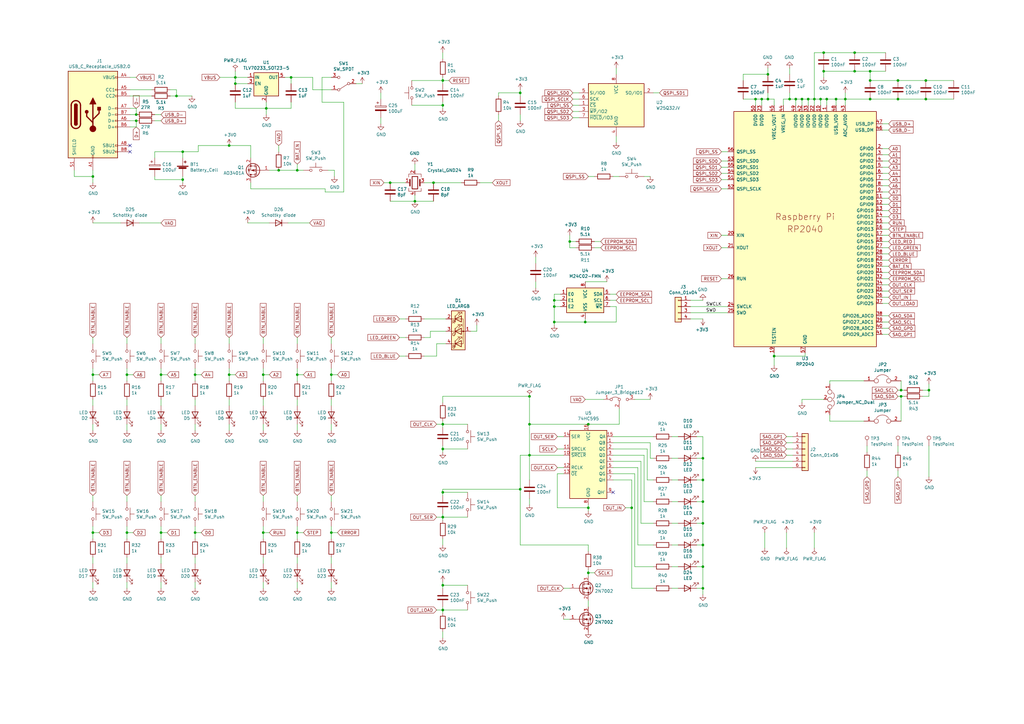
<source format=kicad_sch>
(kicad_sch (version 20211123) (generator eeschema)
  (paper "A3")
  (junction (at 52.07 218.44))
  (junction (at 381 160.02))
  (junction (at 121.92 218.44))
  (junction (at 135.89 153.67))
  (junction (at 181.61 33.02))
  (junction (at 336.55 40.64))
  (junction (at 317.5 146.05))
  (junction (at 288.29 214.63))
  (junction (at 369.57 160.02))
  (junction (at 217.17 173.99))
  (junction (at 314.96 40.64))
  (junction (at 213.36 200.66))
  (junction (at 241.3 234.95))
  (junction (at 217.17 162.56))
  (junction (at 74.93 73.66))
  (junction (at 66.04 153.67))
  (junction (at 177.8 74.93))
  (junction (at 181.61 173.99))
  (junction (at 288.29 205.74))
  (junction (at 55.88 46.99))
  (junction (at 350.52 29.21))
  (junction (at 288.29 223.52))
  (junction (at 288.29 187.96))
  (junction (at 368.3 33.02))
  (junction (at 181.61 201.93))
  (junction (at 213.36 38.1))
  (junction (at 356.87 40.64))
  (junction (at 337.82 21.59))
  (junction (at 38.1 218.44))
  (junction (at 259.08 208.28))
  (junction (at 109.22 44.45))
  (junction (at 334.01 40.64))
  (junction (at 96.52 34.29))
  (junction (at 339.09 40.64))
  (junction (at 181.61 250.19))
  (junction (at 80.01 218.44))
  (junction (at 240.03 132.08))
  (junction (at 331.47 40.64))
  (junction (at 342.9 40.64))
  (junction (at 379.73 33.02))
  (junction (at 326.39 40.64))
  (junction (at 107.95 153.67))
  (junction (at 107.95 218.44))
  (junction (at 227.33 123.19))
  (junction (at 241.3 208.28))
  (junction (at 52.07 153.67))
  (junction (at 38.1 153.67))
  (junction (at 337.82 29.21))
  (junction (at 288.29 241.3))
  (junction (at 241.3 173.99))
  (junction (at 121.92 69.85))
  (junction (at 369.57 162.56))
  (junction (at 288.29 232.41))
  (junction (at 170.18 82.55))
  (junction (at 227.33 125.73))
  (junction (at 356.87 33.02))
  (junction (at 121.92 153.67))
  (junction (at 93.98 153.67))
  (junction (at 350.52 21.59))
  (junction (at 135.89 218.44))
  (junction (at 368.3 40.64))
  (junction (at 217.17 186.69))
  (junction (at 38.1 72.39))
  (junction (at 66.04 218.44))
  (junction (at 181.61 212.09))
  (junction (at 356.87 29.21))
  (junction (at 323.85 40.64))
  (junction (at 379.73 40.64))
  (junction (at 74.93 62.23))
  (junction (at 312.42 40.64))
  (junction (at 114.3 69.85))
  (junction (at 288.29 196.85))
  (junction (at 96.52 31.75))
  (junction (at 119.38 31.75))
  (junction (at 181.61 43.18))
  (junction (at 346.71 40.64))
  (junction (at 80.01 153.67))
  (junction (at 160.02 74.93))
  (junction (at 72.39 39.37))
  (junction (at 181.61 240.03))
  (junction (at 181.61 184.15))
  (junction (at 55.88 49.53))
  (junction (at 227.33 132.08))
  (junction (at 314.96 30.48))
  (junction (at 93.98 59.69))
  (junction (at 328.93 40.64))
  (junction (at 233.68 99.06))
  (junction (at 309.88 40.64))
  (no_connect (at 251.46 201.93))
  (no_connect (at 53.34 59.69))
  (no_connect (at 53.34 62.23))
  (wire (pts (xy 322.58 179.07) (xy 325.12 179.07)))
  (wire (pts (xy 361.95 50.8) (xy 364.49 50.8)))
  (wire (pts (xy 361.95 60.96) (xy 364.49 60.96)))
  (wire (pts (xy 121.92 138.43) (xy 121.92 140.97)))
  (wire (pts (xy 241.3 246.38) (xy 241.3 248.92)))
  (wire (pts (xy 275.59 223.52) (xy 278.13 223.52)))
  (wire (pts (xy 191.77 173.99) (xy 181.61 173.99)))
  (wire (pts (xy 179.07 173.99) (xy 181.61 173.99)))
  (wire (pts (xy 252.73 132.08) (xy 240.03 132.08)))
  (wire (pts (xy 241.3 223.52) (xy 213.36 223.52)))
  (wire (pts (xy 40.64 218.44) (xy 38.1 218.44)))
  (wire (pts (xy 181.61 200.66) (xy 213.36 200.66)))
  (wire (pts (xy 217.17 186.69) (xy 217.17 173.99)))
  (wire (pts (xy 96.52 29.21) (xy 96.52 31.75)))
  (wire (pts (xy 54.61 153.67) (xy 52.07 153.67)))
  (wire (pts (xy 227.33 120.65) (xy 227.33 123.19)))
  (wire (pts (xy 295.91 66.04) (xy 298.45 66.04)))
  (wire (pts (xy 259.08 196.85) (xy 251.46 196.85)))
  (wire (pts (xy 121.92 238.76) (xy 121.92 241.3)))
  (wire (pts (xy 121.92 228.6) (xy 121.92 231.14)))
  (wire (pts (xy 252.73 55.88) (xy 252.73 58.42)))
  (wire (pts (xy 330.2 144.78) (xy 330.2 146.05)))
  (wire (pts (xy 181.61 182.88) (xy 181.61 184.15)))
  (wire (pts (xy 191.77 212.09) (xy 181.61 212.09)))
  (wire (pts (xy 243.84 99.06) (xy 246.38 99.06)))
  (wire (pts (xy 90.17 31.75) (xy 96.52 31.75)))
  (wire (pts (xy 121.92 215.9) (xy 121.92 218.44)))
  (wire (pts (xy 264.16 205.74) (xy 267.97 205.74)))
  (wire (pts (xy 321.31 43.18) (xy 321.31 40.64)))
  (wire (pts (xy 342.9 43.18) (xy 342.9 40.64)))
  (wire (pts (xy 381 162.56) (xy 381 160.02)))
  (wire (pts (xy 275.59 196.85) (xy 278.13 196.85)))
  (wire (pts (xy 124.46 218.44) (xy 121.92 218.44)))
  (wire (pts (xy 55.88 49.53) (xy 53.34 49.53)))
  (wire (pts (xy 181.61 250.19) (xy 181.61 251.46)))
  (wire (pts (xy 361.95 91.44) (xy 364.49 91.44)))
  (wire (pts (xy 234.95 48.26) (xy 237.49 48.26)))
  (wire (pts (xy 68.58 218.44) (xy 66.04 218.44)))
  (wire (pts (xy 331.47 43.18) (xy 331.47 40.64)))
  (wire (pts (xy 69.85 39.37) (xy 72.39 39.37)))
  (wire (pts (xy 275.59 241.3) (xy 278.13 241.3)))
  (wire (pts (xy 275.59 214.63) (xy 278.13 214.63)))
  (wire (pts (xy 241.3 208.28) (xy 241.3 207.01)))
  (wire (pts (xy 252.73 27.94) (xy 252.73 30.48)))
  (wire (pts (xy 52.07 138.43) (xy 52.07 140.97)))
  (wire (pts (xy 96.52 44.45) (xy 109.22 44.45)))
  (wire (pts (xy 137.16 69.85) (xy 137.16 72.39)))
  (wire (pts (xy 275.59 205.74) (xy 278.13 205.74)))
  (wire (pts (xy 314.96 40.64) (xy 312.42 40.64)))
  (wire (pts (xy 93.98 59.69) (xy 102.87 59.69)))
  (wire (pts (xy 107.95 138.43) (xy 107.95 140.97)))
  (wire (pts (xy 346.71 38.1) (xy 346.71 40.64)))
  (wire (pts (xy 361.95 101.6) (xy 364.49 101.6)))
  (wire (pts (xy 243.84 101.6) (xy 246.38 101.6)))
  (wire (pts (xy 66.04 163.83) (xy 66.04 166.37)))
  (wire (pts (xy 334.01 40.64) (xy 336.55 40.64)))
  (wire (pts (xy 251.46 186.69) (xy 264.16 186.69)))
  (wire (pts (xy 121.92 67.31) (xy 121.92 69.85)))
  (wire (pts (xy 160.02 74.93) (xy 166.37 74.93)))
  (wire (pts (xy 38.1 153.67) (xy 38.1 156.21)))
  (wire (pts (xy 66.04 173.99) (xy 66.04 176.53)))
  (wire (pts (xy 361.95 86.36) (xy 364.49 86.36)))
  (wire (pts (xy 109.22 44.45) (xy 109.22 46.99)))
  (wire (pts (xy 251.46 189.23) (xy 262.89 189.23)))
  (wire (pts (xy 323.85 27.94) (xy 323.85 30.48)))
  (wire (pts (xy 121.92 218.44) (xy 121.92 220.98)))
  (wire (pts (xy 313.69 218.44) (xy 313.69 224.79)))
  (wire (pts (xy 259.08 241.3) (xy 259.08 208.28)))
  (wire (pts (xy 361.95 104.14) (xy 364.49 104.14)))
  (wire (pts (xy 361.95 53.34) (xy 364.49 53.34)))
  (wire (pts (xy 66.04 218.44) (xy 66.04 220.98)))
  (wire (pts (xy 346.71 40.64) (xy 346.71 43.18)))
  (wire (pts (xy 80.01 138.43) (xy 80.01 140.97)))
  (wire (pts (xy 251.46 179.07) (xy 267.97 179.07)))
  (wire (pts (xy 251.46 184.15) (xy 265.43 184.15)))
  (wire (pts (xy 38.1 91.44) (xy 49.53 91.44)))
  (wire (pts (xy 181.61 31.75) (xy 181.61 33.02)))
  (wire (pts (xy 138.43 218.44) (xy 135.89 218.44)))
  (wire (pts (xy 135.89 238.76) (xy 135.89 241.3)))
  (wire (pts (xy 361.95 116.84) (xy 364.49 116.84)))
  (wire (pts (xy 361.95 73.66) (xy 364.49 73.66)))
  (wire (pts (xy 337.82 29.21) (xy 337.82 31.75)))
  (wire (pts (xy 368.3 193.04) (xy 368.3 195.58)))
  (wire (pts (xy 260.35 163.83) (xy 266.7 163.83)))
  (wire (pts (xy 181.61 240.03) (xy 181.61 241.3)))
  (wire (pts (xy 96.52 153.67) (xy 93.98 153.67)))
  (wire (pts (xy 93.98 153.67) (xy 93.98 156.21)))
  (wire (pts (xy 72.39 39.37) (xy 78.74 39.37)))
  (wire (pts (xy 121.92 69.85) (xy 124.46 69.85)))
  (wire (pts (xy 52.07 163.83) (xy 52.07 166.37)))
  (wire (pts (xy 80.01 218.44) (xy 80.01 220.98)))
  (wire (pts (xy 379.73 33.02) (xy 368.3 33.02)))
  (wire (pts (xy 53.34 31.75) (xy 55.88 31.75)))
  (wire (pts (xy 80.01 238.76) (xy 80.01 241.3)))
  (wire (pts (xy 181.61 201.93) (xy 181.61 203.2)))
  (wire (pts (xy 254 173.99) (xy 254 167.64)))
  (wire (pts (xy 177.8 82.55) (xy 170.18 82.55)))
  (wire (pts (xy 160.02 82.55) (xy 170.18 82.55)))
  (wire (pts (xy 181.61 248.92) (xy 181.61 250.19)))
  (wire (pts (xy 107.95 203.2) (xy 107.95 205.74)))
  (wire (pts (xy 381 160.02) (xy 381 157.48)))
  (wire (pts (xy 140.97 78.74) (xy 140.97 41.91)))
  (wire (pts (xy 275.59 232.41) (xy 278.13 232.41)))
  (wire (pts (xy 240.03 163.83) (xy 247.65 163.83)))
  (wire (pts (xy 275.59 187.96) (xy 278.13 187.96)))
  (wire (pts (xy 102.87 77.47) (xy 133.35 77.47)))
  (wire (pts (xy 68.58 153.67) (xy 66.04 153.67)))
  (wire (pts (xy 38.1 228.6) (xy 38.1 231.14)))
  (wire (pts (xy 181.61 212.09) (xy 181.61 213.36)))
  (wire (pts (xy 325.12 191.77) (xy 309.88 191.77)))
  (wire (pts (xy 182.88 140.97) (xy 179.07 140.97)))
  (wire (pts (xy 213.36 186.69) (xy 217.17 186.69)))
  (wire (pts (xy 156.21 48.26) (xy 156.21 50.8)))
  (wire (pts (xy 181.61 238.76) (xy 181.61 240.03)))
  (wire (pts (xy 285.75 179.07) (xy 288.29 179.07)))
  (wire (pts (xy 181.61 200.66) (xy 181.61 201.93)))
  (wire (pts (xy 135.89 218.44) (xy 135.89 220.98)))
  (wire (pts (xy 251.46 194.31) (xy 260.35 194.31)))
  (wire (pts (xy 135.89 153.67) (xy 135.89 156.21)))
  (wire (pts (xy 261.62 223.52) (xy 267.97 223.52)))
  (wire (pts (xy 361.95 63.5) (xy 364.49 63.5)))
  (wire (pts (xy 252.73 125.73) (xy 252.73 132.08)))
  (wire (pts (xy 156.21 38.1) (xy 156.21 40.64)))
  (wire (pts (xy 107.95 173.99) (xy 107.95 176.53)))
  (wire (pts (xy 340.36 156.21) (xy 340.36 157.48)))
  (wire (pts (xy 135.89 173.99) (xy 135.89 176.53)))
  (wire (pts (xy 107.95 151.13) (xy 107.95 153.67)))
  (wire (pts (xy 227.33 123.19) (xy 227.33 125.73)))
  (wire (pts (xy 93.98 173.99) (xy 93.98 176.53)))
  (wire (pts (xy 116.84 31.75) (xy 119.38 31.75)))
  (wire (pts (xy 304.8 33.02) (xy 304.8 30.48)))
  (wire (pts (xy 53.34 39.37) (xy 62.23 39.37)))
  (wire (pts (xy 52.07 218.44) (xy 52.07 220.98)))
  (wire (pts (xy 334.01 21.59) (xy 334.01 40.64)))
  (wire (pts (xy 213.36 38.1) (xy 204.47 38.1)))
  (wire (pts (xy 135.89 138.43) (xy 135.89 140.97)))
  (wire (pts (xy 74.93 73.66) (xy 74.93 74.93)))
  (wire (pts (xy 240.03 132.08) (xy 227.33 132.08)))
  (wire (pts (xy 107.95 215.9) (xy 107.95 218.44)))
  (wire (pts (xy 228.6 194.31) (xy 228.6 208.28)))
  (wire (pts (xy 133.35 78.74) (xy 140.97 78.74)))
  (wire (pts (xy 195.58 135.89) (xy 193.04 135.89)))
  (wire (pts (xy 241.3 233.68) (xy 241.3 234.95)))
  (wire (pts (xy 231.14 186.69) (xy 217.17 186.69)))
  (wire (pts (xy 267.97 241.3) (xy 259.08 241.3)))
  (wire (pts (xy 55.88 52.07) (xy 53.34 52.07)))
  (wire (pts (xy 264.16 186.69) (xy 264.16 205.74)))
  (wire (pts (xy 66.04 138.43) (xy 66.04 140.97)))
  (wire (pts (xy 361.95 83.82) (xy 364.49 83.82)))
  (wire (pts (xy 361.95 88.9) (xy 364.49 88.9)))
  (wire (pts (xy 336.55 43.18) (xy 336.55 40.64)))
  (wire (pts (xy 355.6 193.04) (xy 355.6 195.58)))
  (wire (pts (xy 163.83 130.81) (xy 166.37 130.81)))
  (wire (pts (xy 181.61 33.02) (xy 168.91 33.02)))
  (wire (pts (xy 317.5 149.86) (xy 317.5 146.05)))
  (wire (pts (xy 74.93 62.23) (xy 81.28 62.23)))
  (wire (pts (xy 317.5 40.64) (xy 314.96 40.64)))
  (wire (pts (xy 361.95 66.04) (xy 364.49 66.04)))
  (wire (pts (xy 250.19 120.65) (xy 252.73 120.65)))
  (wire (pts (xy 334.01 218.44) (xy 334.01 224.79)))
  (wire (pts (xy 378.46 160.02) (xy 381 160.02)))
  (wire (pts (xy 55.88 46.99) (xy 53.34 46.99)))
  (wire (pts (xy 283.21 128.27) (xy 298.45 128.27)))
  (wire (pts (xy 181.61 173.99) (xy 181.61 175.26)))
  (wire (pts (xy 350.52 29.21) (xy 337.82 29.21)))
  (wire (pts (xy 119.38 44.45) (xy 119.38 41.91)))
  (wire (pts (xy 368.3 33.02) (xy 356.87 33.02)))
  (wire (pts (xy 241.3 223.52) (xy 241.3 226.06)))
  (wire (pts (xy 179.07 146.05) (xy 173.99 146.05)))
  (wire (pts (xy 110.49 69.85) (xy 114.3 69.85)))
  (wire (pts (xy 80.01 153.67) (xy 80.01 156.21)))
  (wire (pts (xy 314.96 27.94) (xy 314.96 30.48)))
  (wire (pts (xy 107.95 228.6) (xy 107.95 231.14)))
  (wire (pts (xy 102.87 59.69) (xy 102.87 64.77)))
  (wire (pts (xy 240.03 130.81) (xy 240.03 132.08)))
  (wire (pts (xy 328.93 40.64) (xy 331.47 40.64)))
  (wire (pts (xy 107.95 238.76) (xy 107.95 241.3)))
  (wire (pts (xy 265.43 196.85) (xy 267.97 196.85)))
  (wire (pts (xy 391.16 40.64) (xy 379.73 40.64)))
  (wire (pts (xy 326.39 43.18) (xy 326.39 40.64)))
  (wire (pts (xy 356.87 33.02) (xy 356.87 29.21)))
  (wire (pts (xy 340.36 156.21) (xy 354.33 156.21)))
  (wire (pts (xy 309.88 40.64) (xy 304.8 40.64)))
  (wire (pts (xy 328.93 43.18) (xy 328.93 40.64)))
  (wire (pts (xy 181.61 184.15) (xy 181.61 185.42)))
  (wire (pts (xy 176.53 135.89) (xy 176.53 138.43)))
  (wire (pts (xy 38.1 238.76) (xy 38.1 241.3)))
  (wire (pts (xy 361.95 132.08) (xy 364.49 132.08)))
  (wire (pts (xy 93.98 151.13) (xy 93.98 153.67)))
  (wire (pts (xy 181.61 21.59) (xy 181.61 24.13)))
  (wire (pts (xy 80.01 215.9) (xy 80.01 218.44)))
  (wire (pts (xy 363.22 29.21) (xy 356.87 29.21)))
  (wire (pts (xy 361.95 124.46) (xy 364.49 124.46)))
  (wire (pts (xy 285.75 214.63) (xy 288.29 214.63)))
  (wire (pts (xy 363.22 21.59) (xy 350.52 21.59)))
  (wire (pts (xy 57.15 91.44) (xy 66.04 91.44)))
  (wire (pts (xy 101.6 91.44) (xy 110.49 91.44)))
  (wire (pts (xy 285.75 223.52) (xy 288.29 223.52)))
  (wire (pts (xy 368.3 162.56) (xy 369.57 162.56)))
  (wire (pts (xy 195.58 133.35) (xy 195.58 135.89)))
  (wire (pts (xy 227.33 125.73) (xy 227.33 132.08)))
  (wire (pts (xy 114.3 69.85) (xy 121.92 69.85)))
  (wire (pts (xy 317.5 146.05) (xy 317.5 144.78)))
  (wire (pts (xy 135.89 228.6) (xy 135.89 231.14)))
  (wire (pts (xy 295.91 73.66) (xy 298.45 73.66)))
  (wire (pts (xy 219.71 115.57) (xy 219.71 118.11)))
  (wire (pts (xy 38.1 203.2) (xy 38.1 205.74)))
  (wire (pts (xy 355.6 182.88) (xy 355.6 185.42)))
  (wire (pts (xy 262.89 214.63) (xy 267.97 214.63)))
  (wire (pts (xy 321.31 40.64) (xy 323.85 40.64)))
  (wire (pts (xy 350.52 21.59) (xy 337.82 21.59)))
  (wire (pts (xy 309.88 189.23) (xy 325.12 189.23)))
  (wire (pts (xy 170.18 80.01) (xy 170.18 82.55)))
  (wire (pts (xy 177.8 74.93) (xy 189.23 74.93)))
  (wire (pts (xy 342.9 40.64) (xy 346.71 40.64)))
  (wire (pts (xy 288.29 223.52) (xy 288.29 232.41)))
  (wire (pts (xy 337.82 21.59) (xy 334.01 21.59)))
  (wire (pts (xy 128.27 36.83) (xy 128.27 31.75)))
  (wire (pts (xy 181.61 220.98) (xy 181.61 223.52)))
  (wire (pts (xy 182.88 130.81) (xy 173.99 130.81)))
  (wire (pts (xy 38.1 151.13) (xy 38.1 153.67)))
  (wire (pts (xy 93.98 163.83) (xy 93.98 166.37)))
  (wire (pts (xy 217.17 186.69) (xy 217.17 196.85)))
  (wire (pts (xy 63.5 72.39) (xy 63.5 73.66)))
  (wire (pts (xy 361.95 71.12) (xy 364.49 71.12)))
  (wire (pts (xy 80.01 163.83) (xy 80.01 166.37)))
  (wire (pts (xy 191.77 201.93) (xy 181.61 201.93)))
  (wire (pts (xy 66.04 238.76) (xy 66.04 241.3)))
  (wire (pts (xy 72.39 36.83) (xy 72.39 39.37)))
  (wire (pts (xy 63.5 49.53) (xy 66.04 49.53)))
  (wire (pts (xy 369.57 156.21) (xy 369.57 160.02)))
  (wire (pts (xy 234.95 43.18) (xy 237.49 43.18)))
  (wire (pts (xy 340.36 172.72) (xy 340.36 170.18)))
  (wire (pts (xy 236.22 99.06) (xy 233.68 99.06)))
  (wire (pts (xy 361.95 76.2) (xy 364.49 76.2)))
  (wire (pts (xy 96.52 31.75) (xy 101.6 31.75)))
  (wire (pts (xy 283.21 125.73) (xy 298.45 125.73)))
  (wire (pts (xy 121.92 151.13) (xy 121.92 153.67)))
  (wire (pts (xy 179.07 212.09) (xy 181.61 212.09)))
  (wire (pts (xy 231.14 241.3) (xy 233.68 241.3)))
  (wire (pts (xy 295.91 62.23) (xy 298.45 62.23)))
  (wire (pts (xy 285.75 187.96) (xy 288.29 187.96)))
  (wire (pts (xy 134.62 69.85) (xy 137.16 69.85)))
  (wire (pts (xy 52.07 153.67) (xy 52.07 156.21)))
  (wire (pts (xy 228.6 184.15) (xy 231.14 184.15)))
  (wire (pts (xy 233.68 96.52) (xy 233.68 99.06)))
  (wire (pts (xy 339.09 40.64) (xy 342.9 40.64)))
  (wire (pts (xy 93.98 138.43) (xy 93.98 140.97)))
  (wire (pts (xy 234.95 40.64) (xy 237.49 40.64)))
  (wire (pts (xy 128.27 31.75) (xy 119.38 31.75)))
  (wire (pts (xy 55.88 49.53) (xy 55.88 52.07)))
  (wire (pts (xy 356.87 40.64) (xy 346.71 40.64)))
  (wire (pts (xy 312.42 43.18) (xy 312.42 40.64)))
  (wire (pts (xy 132.08 41.91) (xy 132.08 31.75)))
  (wire (pts (xy 109.22 41.91) (xy 109.22 44.45)))
  (wire (pts (xy 283.21 130.81) (xy 288.29 130.81)))
  (wire (pts (xy 213.36 223.52) (xy 213.36 200.66)))
  (wire (pts (xy 361.95 81.28) (xy 364.49 81.28)))
  (wire (pts (xy 309.88 40.64) (xy 309.88 43.18)))
  (wire (pts (xy 132.08 31.75) (xy 135.89 31.75)))
  (wire (pts (xy 179.07 250.19) (xy 181.61 250.19)))
  (wire (pts (xy 217.17 173.99) (xy 241.3 173.99)))
  (wire (pts (xy 191.77 184.15) (xy 181.61 184.15)))
  (wire (pts (xy 368.3 160.02) (xy 369.57 160.02)))
  (wire (pts (xy 40.64 153.67) (xy 38.1 153.67)))
  (wire (pts (xy 361.95 78.74) (xy 364.49 78.74)))
  (wire (pts (xy 191.77 240.03) (xy 181.61 240.03)))
  (wire (pts (xy 228.6 208.28) (xy 241.3 208.28)))
  (wire (pts (xy 81.28 59.69) (xy 93.98 59.69)))
  (wire (pts (xy 314.96 38.1) (xy 314.96 40.64)))
  (wire (pts (xy 261.62 191.77) (xy 261.62 223.52)))
  (wire (pts (xy 69.85 36.83) (xy 72.39 36.83)))
  (wire (pts (xy 96.52 41.91) (xy 96.52 44.45)))
  (wire (pts (xy 312.42 40.64) (xy 309.88 40.64)))
  (wire (pts (xy 101.6 34.29) (xy 96.52 34.29)))
  (wire (pts (xy 196.85 74.93) (xy 201.93 74.93)))
  (wire (pts (xy 204.47 38.1) (xy 204.47 39.37)))
  (wire (pts (xy 228.6 191.77) (xy 231.14 191.77)))
  (wire (pts (xy 361.95 134.62) (xy 364.49 134.62)))
  (wire (pts (xy 181.61 43.18) (xy 181.61 44.45)))
  (wire (pts (xy 241.3 72.39) (xy 243.84 72.39)))
  (wire (pts (xy 322.58 184.15) (xy 325.12 184.15)))
  (wire (pts (xy 369.57 162.56) (xy 370.84 162.56)))
  (wire (pts (xy 304.8 30.48) (xy 314.96 30.48)))
  (wire (pts (xy 234.95 38.1) (xy 237.49 38.1)))
  (wire (pts (xy 74.93 72.39) (xy 74.93 73.66)))
  (wire (pts (xy 217.17 162.56) (xy 181.61 162.56)))
  (wire (pts (xy 133.35 77.47) (xy 133.35 78.74)))
  (wire (pts (xy 181.61 210.82) (xy 181.61 212.09)))
  (wire (pts (xy 267.97 38.1) (xy 270.51 38.1)))
  (wire (pts (xy 234.95 45.72) (xy 237.49 45.72)))
  (wire (pts (xy 121.92 203.2) (xy 121.92 205.74)))
  (wire (pts (xy 233.68 101.6) (xy 236.22 101.6)))
  (wire (pts (xy 80.01 228.6) (xy 80.01 231.14)))
  (wire (pts (xy 213.36 38.1) (xy 213.36 39.37)))
  (wire (pts (xy 135.89 151.13) (xy 135.89 153.67)))
  (wire (pts (xy 82.55 218.44) (xy 80.01 218.44)))
  (wire (pts (xy 121.92 153.67) (xy 121.92 156.21)))
  (wire (pts (xy 135.89 215.9) (xy 135.89 218.44)))
  (wire (pts (xy 262.89 189.23) (xy 262.89 214.63)))
  (wire (pts (xy 369.57 172.72) (xy 369.57 162.56)))
  (wire (pts (xy 288.29 241.3) (xy 288.29 243.84)))
  (wire (pts (xy 66.04 153.67) (xy 66.04 156.21)))
  (wire (pts (xy 53.34 36.83) (xy 62.23 36.83)))
  (wire (pts (xy 107.95 218.44) (xy 107.95 220.98)))
  (wire (pts (xy 52.07 228.6) (xy 52.07 231.14)))
  (wire (pts (xy 181.61 43.18) (xy 181.61 41.91)))
  (wire (pts (xy 228.6 179.07) (xy 231.14 179.07)))
  (wire (pts (xy 340.36 172.72) (xy 354.33 172.72)))
  (wire (pts (xy 251.46 181.61) (xy 266.7 181.61)))
  (wire (pts (xy 179.07 140.97) (xy 179.07 146.05)))
  (wire (pts (xy 109.22 44.45) (xy 119.38 44.45)))
  (wire (pts (xy 38.1 69.85) (xy 38.1 72.39)))
  (wire (pts (xy 181.61 162.56) (xy 181.61 165.1)))
  (wire (pts (xy 265.43 184.15) (xy 265.43 196.85)))
  (wire (pts (xy 266.7 181.61) (xy 266.7 187.96)))
  (wire (pts (xy 231.14 254) (xy 233.68 254)))
  (wire (pts (xy 119.38 34.29) (xy 119.38 31.75)))
  (wire (pts (xy 295.91 101.6) (xy 298.45 101.6)))
  (wire (pts (xy 250.19 123.19) (xy 252.73 123.19)))
  (wire (pts (xy 53.34 44.45) (xy 55.88 44.45)))
  (wire (pts (xy 288.29 179.07) (xy 288.29 187.96)))
  (wire (pts (xy 135.89 203.2) (xy 135.89 205.74)))
  (wire (pts (xy 361.95 119.38) (xy 364.49 119.38)))
  (wire (pts (xy 231.14 194.31) (xy 228.6 194.31)))
  (wire (pts (xy 285.75 205.74) (xy 288.29 205.74)))
  (wire (pts (xy 361.95 137.16) (xy 364.49 137.16)))
  (wire (pts (xy 157.48 74.93) (xy 160.02 74.93)))
  (wire (pts (xy 266.7 187.96) (xy 267.97 187.96)))
  (wire (pts (xy 330.2 146.05) (xy 317.5 146.05)))
  (wire (pts (xy 121.92 163.83) (xy 121.92 166.37)))
  (wire (pts (xy 52.07 215.9) (xy 52.07 218.44)))
  (wire (pts (xy 181.61 33.02) (xy 184.15 33.02)))
  (wire (pts (xy 241.3 173.99) (xy 254 173.99)))
  (wire (pts (xy 361.95 121.92) (xy 364.49 121.92)))
  (wire (pts (xy 288.29 214.63) (xy 288.29 223.52)))
  (wire (pts (xy 379.73 40.64) (xy 368.3 40.64)))
  (wire (pts (xy 74.93 62.23) (xy 74.93 64.77)))
  (wire (pts (xy 229.87 125.73) (xy 227.33 125.73)))
  (wire (pts (xy 181.61 33.02) (xy 181.61 34.29)))
  (wire (pts (xy 283.21 123.19) (xy 288.29 123.19)))
  (wire (pts (xy 80.01 203.2) (xy 80.01 205.74)))
  (wire (pts (xy 110.49 153.67) (xy 107.95 153.67)))
  (wire (pts (xy 275.59 179.07) (xy 278.13 179.07)))
  (wire (pts (xy 317.5 43.18) (xy 317.5 40.64)))
  (wire (pts (xy 96.52 34.29) (xy 96.52 31.75)))
  (wire (pts (xy 63.5 73.66) (xy 74.93 73.66)))
  (wire (pts (xy 295.91 68.58) (xy 298.45 68.58)))
  (wire (pts (xy 191.77 250.19) (xy 181.61 250.19)))
  (wire (pts (xy 260.35 194.31) (xy 260.35 232.41)))
  (wire (pts (xy 337.82 163.83) (xy 328.93 163.83)))
  (wire (pts (xy 288.29 232.41) (xy 288.29 241.3)))
  (wire (pts (xy 361.95 129.54) (xy 364.49 129.54)))
  (wire (pts (xy 391.16 33.02) (xy 379.73 33.02)))
  (wire (pts (xy 361.95 114.3) (xy 364.49 114.3)))
  (wire (pts (xy 219.71 105.41) (xy 219.71 107.95)))
  (wire (pts (xy 66.04 203.2) (xy 66.04 205.74)))
  (wire (pts (xy 52.07 238.76) (xy 52.07 241.3)))
  (wire (pts (xy 81.28 59.69) (xy 81.28 62.23)))
  (wire (pts (xy 288.29 196.85) (xy 288.29 205.74)))
  (wire (pts (xy 259.08 208.28) (xy 259.08 196.85)))
  (wire (pts (xy 118.11 91.44) (xy 127 91.44)))
  (wire (pts (xy 146.05 34.29) (xy 148.59 34.29)))
  (wire (pts (xy 260.35 232.41) (xy 267.97 232.41)))
  (wire (pts (xy 361.95 99.06) (xy 364.49 99.06)))
  (wire (pts (xy 114.3 59.69) (xy 114.3 62.23)))
  (wire (pts (xy 368.3 182.88) (xy 368.3 185.42)))
  (wire (pts (xy 217.17 204.47) (xy 217.17 207.01)))
  (wire (pts (xy 322.58 181.61) (xy 325.12 181.61)))
  (wire (pts (xy 38.1 173.99) (xy 38.1 176.53)))
  (wire (pts (xy 295.91 114.3) (xy 298.45 114.3)))
  (wire (pts (xy 361.95 106.68) (xy 364.49 106.68)))
  (wire (pts (xy 361.95 109.22) (xy 364.49 109.22)))
  (wire (pts (xy 339.09 43.18) (xy 339.09 40.64)))
  (wire (pts (xy 132.08 41.91) (xy 140.97 41.91)))
  (wire (pts (xy 233.68 99.06) (xy 233.68 101.6)))
  (wire (pts (xy 182.88 135.89) (xy 176.53 135.89)))
  (wire (pts (xy 325.12 186.69) (xy 322.58 186.69)))
  (wire (pts (xy 288.29 205.74) (xy 288.29 214.63)))
  (wire (pts (xy 288.29 187.96) (xy 288.29 196.85)))
  (wire (pts (xy 243.84 234.95) (xy 241.3 234.95)))
  (wire (pts (xy 30.48 69.85) (xy 30.48 72.39)))
  (wire (pts (xy 163.83 146.05) (xy 166.37 146.05)))
  (wire (pts (xy 170.18 67.31) (xy 170.18 69.85)))
  (wire (pts (xy 55.88 44.45) (xy 55.88 46.99)))
  (wire (pts (xy 256.54 208.28) (xy 259.08 208.28)))
  (wire (pts (xy 38.1 138.43) (xy 38.1 140.97)))
  (wire (pts (xy 217.17 173.99) (xy 217.17 162.56)))
  (wire (pts (xy 82.55 153.67) (xy 80.01 153.67)))
  (wire (pts (xy 168.91 43.18) (xy 181.61 43.18)))
  (wire (pts (xy 361.95 93.98) (xy 364.49 93.98)))
  (wire (pts (xy 38.1 72.39) (xy 38.1 74.93)))
  (wire (pts (xy 323.85 40.64) (xy 326.39 40.64)))
  (wire (pts (xy 251.46 72.39) (xy 254 72.39)))
  (wire (pts (xy 54.61 218.44) (xy 52.07 218.44)))
  (wire (pts (xy 181.61 172.72) (xy 181.61 173.99)))
  (wire (pts (xy 368.3 40.64) (xy 356.87 40.64)))
  (wire (pts (xy 250.19 125.73) (xy 252.73 125.73)))
  (wire (pts (xy 30.48 72.39) (xy 38.1 72.39)))
  (wire (pts (xy 135.89 163.83) (xy 135.89 166.37)))
  (wire (pts (xy 38.1 163.83) (xy 38.1 166.37)))
  (wire (pts (xy 80.01 151.13) (xy 80.01 153.67)))
  (wire (pts (xy 204.47 46.99) (xy 204.47 49.53)))
  (wire (pts (xy 229.87 123.19) (xy 227.33 123.19)))
  (wire (pts (xy 322.58 218.44) (xy 322.58 224.79)))
  (wire (pts (xy 240.03 115.57) (xy 248.92 115.57)))
  (wire (pts (xy 361.95 96.52) (xy 364.49 96.52)))
  (wire (pts (xy 251.46 191.77) (xy 261.62 191.77)))
  (wire (pts (xy 378.46 162.56) (xy 381 162.56)))
  (wire (pts (xy 176.53 138.43) (xy 173.99 138.43)))
  (wire (pts (xy 295.91 71.12) (xy 298.45 71.12)))
  (wire (pts (xy 66.04 228.6) (xy 66.04 231.14)))
  (wire (pts (xy 213.36 200.66) (xy 213.36 186.69)))
  (wire (pts (xy 331.47 40.64) (xy 334.01 40.64)))
  (wire (pts (xy 107.95 153.67) (xy 107.95 156.21)))
  (wire (pts (xy 135.89 36.83) (xy 128.27 36.83)))
  (wire (pts (xy 173.99 74.93) (xy 177.8 74.93)))
  (wire (pts (xy 334.01 43.18) (xy 334.01 40.64)))
  (wire (pts (xy 213.36 46.99) (xy 213.36 49.53)))
  (wire (pts (xy 66.04 215.9) (xy 66.04 218.44)))
  (wire (pts (xy 63.5 62.23) (xy 63.5 64.77)))
  (wire (pts (xy 52.07 203.2) (xy 52.07 205.74)))
  (wire (pts (xy 323.85 38.1) (xy 323.85 40.64)))
  (wire (pts (xy 102.87 74.93) (xy 102.87 77.47)))
  (wire (pts (xy 285.75 196.85) (xy 288.29 196.85)))
  (wire (pts (xy 38.1 215.9) (xy 38.1 218.44)))
  (wire (pts (xy 121.92 173.99) (xy 121.92 176.53)))
  (wire (pts (xy 295.91 77.47) (xy 298.45 77.47)))
  (wire (pts (xy 52.07 173.99) (xy 52.07 176.53)))
  (wire (pts (xy 326.39 40.64) (xy 328.93 40.64)))
  (wire (pts (xy 264.16 72.39) (xy 266.7 72.39)))
  (wire (pts (xy 285.75 232.41) (xy 288.29 232.41)))
  (wire (pts (xy 74.93 62.23) (xy 63.5 62.23)))
  (wire (pts (xy 138.43 153.67) (xy 135.89 153.67)))
  (wire (pts (xy 241.3 209.55) (xy 241.3 208.28)))
  (wire (pts (xy 181.61 259.08) (xy 181.61 261.62)))
  (wire (pts (xy 381 182.88) (xy 381 195.58)))
  (wire (pts (xy 63.5 46.99) (xy 66.04 46.99)))
  (wire (pts (xy 229.87 120.65) (xy 227.33 120.65)))
  (wire (pts (xy 66.04 151.13) (xy 66.04 153.67)))
  (wire (pts (xy 285.75 241.3) (xy 288.29 241.3)))
  (wire (pts (xy 107.95 163.83) (xy 107.95 166.37)))
  (wire (pts (xy 52.07 151.13) (xy 52.07 153.67)))
  (wire (pts (xy 328.93 163.83) (xy 328.93 165.1)))
  (wire (pts (xy 369.57 160.02) (xy 370.84 160.02)))
  (wire (pts (xy 356.87 29.21) (xy 350.52 29.21)))
  (wire (pts (xy 163.83 138.43) (xy 166.37 138.43)))
  (wire (pts (xy 361.95 68.58) (xy 364.49 68.58)))
  (wire (pts (xy 336.55 40.64) (xy 339.09 40.64)))
  (wire (pts (xy 295.91 96.52) (xy 298.45 96.52)))
  (wire (pts (xy 80.01 173.99) (xy 80.01 176.53)))
  (wire (pts (xy 110.49 218.44) (xy 107.95 218.44)))
  (wire (pts (xy 227.33 132.08) (xy 227.33 133.35)))
  (wire (pts (xy 38.1 218.44) (xy 38.1 220.98)))
  (wire (pts (xy 213.36 36.83) (xy 213.36 38.1)))
  (wire (pts (xy 361.95 111.76) (xy 364.49 111.76)))
  (wire (pts (xy 124.46 153.67) (xy 121.92 153.67)))
  (wire (pts (xy 241.3 234.95) (xy 241.3 236.22)))
  (label "SWCLK" (at 289.56 125.73 0))
  (label "SWD" (at 289.56 128.27 0))
  (global_label "BTN_ENABLE" (shape input) (at 135.89 138.43 90) (property "Intersheet References" "${INTERSHEET_REFS}" (effects hide)))
  (global_label "XIN" (shape input) (at 295.91 96.52 180) (property "Intersheet References" "${INTERSHEET_REFS}" (effects hide)))
  (global_label "VAO" (shape input) (at 127 91.44 0) (property "Intersheet References" "${INTERSHEET_REFS}" (effects hide)))
  (global_label "A1" (shape input) (at 364.49 63.5 0) (property "Intersheet References" "${INTERSHEET_REFS}" (effects hide)))
  (global_label "BTN_ENABLE" (shape input) (at 364.49 96.52 0) (property "Intersheet References" "${INTERSHEET_REFS}" (effects hide)))
  (global_label "BTN_ENABLE" (shape input) (at 38.1 203.2 90) (property "Intersheet References" "${INTERSHEET_REFS}" (effects hide)))
  (global_label "RUN" (shape input) (at 364.49 91.44 0) (property "Intersheet References" "${INTERSHEET_REFS}" (effects hide)))
  (global_label "D2" (shape input) (at 54.61 218.44 0) (property "Intersheet References" "${INTERSHEET_REFS}" (effects hide)))
  (global_label "SAO_GP0" (shape input) (at 364.49 134.62 0) (property "Intersheet References" "${INTERSHEET_REFS}" (effects hide)))
  (global_label "LED_GREEN" (shape input) (at 163.83 138.43 180) (property "Intersheet References" "${INTERSHEET_REFS}" (effects hide)))
  (global_label "EEPROM_SDA" (shape input) (at 364.49 111.76 0) (property "Intersheet References" "${INTERSHEET_REFS}" (effects hide)))
  (global_label "EEPROM_SDA" (shape input) (at 252.73 120.65 0) (property "Intersheet References" "${INTERSHEET_REFS}" (effects hide)))
  (global_label "VAO" (shape input) (at 240.03 163.83 180) (property "Intersheet References" "${INTERSHEET_REFS}" (effects hide)))
  (global_label "USB_D+" (shape input) (at 66.04 49.53 0) (property "Intersheet References" "${INTERSHEET_REFS}" (effects hide)))
  (global_label "XOUT" (shape input) (at 295.91 101.6 180) (property "Intersheet References" "${INTERSHEET_REFS}" (effects hide)))
  (global_label "QSPI_SD0" (shape input) (at 234.95 38.1 180) (property "Intersheet References" "${INTERSHEET_REFS}" (effects hide)))
  (global_label "EEPROM_SCL" (shape input) (at 246.38 101.6 0) (property "Intersheet References" "${INTERSHEET_REFS}" (effects hide)))
  (global_label "BTN_ENABLE" (shape input) (at 93.98 138.43 90) (property "Intersheet References" "${INTERSHEET_REFS}" (effects hide)))
  (global_label "QSPI_SS" (shape input) (at 295.91 62.23 180) (property "Intersheet References" "${INTERSHEET_REFS}" (effects hide)))
  (global_label "OUT_CLK" (shape input) (at 231.14 241.3 180) (property "Intersheet References" "${INTERSHEET_REFS}" (effects hide)))
  (global_label "SAO_GP1" (shape input) (at 368.3 195.58 270) (property "Intersheet References" "${INTERSHEET_REFS}" (effects hide)))
  (global_label "QSPI_SS" (shape input) (at 234.95 43.18 180) (property "Intersheet References" "${INTERSHEET_REFS}" (effects hide)))
  (global_label "D2" (shape input) (at 364.49 86.36 0) (property "Intersheet References" "${INTERSHEET_REFS}" (effects hide)))
  (global_label "D3" (shape input) (at 40.64 218.44 0) (property "Intersheet References" "${INTERSHEET_REFS}" (effects hide)))
  (global_label "A0" (shape input) (at 138.43 153.67 0) (property "Intersheet References" "${INTERSHEET_REFS}" (effects hide)))
  (global_label "SAO_SDA" (shape input) (at 364.49 129.54 0) (property "Intersheet References" "${INTERSHEET_REFS}" (effects hide)))
  (global_label "EEPROM_SCL" (shape input) (at 364.49 114.3 0) (property "Intersheet References" "${INTERSHEET_REFS}" (effects hide)))
  (global_label "QSPI_SD2" (shape input) (at 295.91 71.12 180) (property "Intersheet References" "${INTERSHEET_REFS}" (effects hide)))
  (global_label "QSPI_SD1" (shape input) (at 295.91 68.58 180) (property "Intersheet References" "${INTERSHEET_REFS}" (effects hide)))
  (global_label "QSPI_SCLK" (shape input) (at 234.95 40.64 180) (property "Intersheet References" "${INTERSHEET_REFS}" (effects hide)))
  (global_label "BTN_ENABLE" (shape input) (at 66.04 203.2 90) (property "Intersheet References" "${INTERSHEET_REFS}" (effects hide)))
  (global_label "OUT_SER" (shape input) (at 364.49 119.38 0) (property "Intersheet References" "${INTERSHEET_REFS}" (effects hide)))
  (global_label "QSPI_SCLK" (shape input) (at 295.91 77.47 180) (property "Intersheet References" "${INTERSHEET_REFS}" (effects hide)))
  (global_label "BTN_ENABLE" (shape input) (at 52.07 203.2 90) (property "Intersheet References" "${INTERSHEET_REFS}" (effects hide)))
  (global_label "BTN_ENABLE" (shape input) (at 135.89 203.2 90) (property "Intersheet References" "${INTERSHEET_REFS}" (effects hide)))
  (global_label "A3" (shape input) (at 96.52 153.67 0) (property "Intersheet References" "${INTERSHEET_REFS}" (effects hide)))
  (global_label "LED_RED" (shape input) (at 364.49 99.06 0) (property "Intersheet References" "${INTERSHEET_REFS}" (effects hide)))
  (global_label "LED_GREEN" (shape input) (at 364.49 101.6 0) (property "Intersheet References" "${INTERSHEET_REFS}" (effects hide)))
  (global_label "BAT_EN" (shape input) (at 121.92 67.31 90) (property "Intersheet References" "${INTERSHEET_REFS}" (effects hide)))
  (global_label "D0" (shape input) (at 364.49 81.28 0) (property "Intersheet References" "${INTERSHEET_REFS}" (effects hide)))
  (global_label "BTN_ENABLE" (shape input) (at 38.1 138.43 90) (property "Intersheet References" "${INTERSHEET_REFS}" (effects hide)))
  (global_label "USB_D+" (shape input) (at 364.49 50.8 0) (property "Intersheet References" "${INTERSHEET_REFS}" (effects hide)))
  (global_label "A5" (shape input) (at 68.58 153.67 0) (property "Intersheet References" "${INTERSHEET_REFS}" (effects hide)))
  (global_label "A5" (shape input) (at 364.49 73.66 0) (property "Intersheet References" "${INTERSHEET_REFS}" (effects hide)))
  (global_label "D0" (shape input) (at 82.55 218.44 0) (property "Intersheet References" "${INTERSHEET_REFS}" (effects hide)))
  (global_label "STEP" (shape input) (at 364.49 93.98 0) (property "Intersheet References" "${INTERSHEET_REFS}" (effects hide)))
  (global_label "OUT_CLK" (shape input) (at 364.49 116.84 0) (property "Intersheet References" "${INTERSHEET_REFS}" (effects hide)))
  (global_label "D3" (shape input) (at 364.49 88.9 0) (property "Intersheet References" "${INTERSHEET_REFS}" (effects hide)))
  (global_label "QSPI_SD3" (shape input) (at 234.95 48.26 180) (property "Intersheet References" "${INTERSHEET_REFS}" (effects hide)))
  (global_label "A6" (shape input) (at 364.49 76.2 0) (property "Intersheet References" "${INTERSHEET_REFS}" (effects hide)))
  (global_label "A1" (shape input) (at 124.46 153.67 0) (property "Intersheet References" "${INTERSHEET_REFS}" (effects hide)))
  (global_label "QSPI_SD1" (shape input) (at 270.51 38.1 0) (property "Intersheet References" "${INTERSHEET_REFS}" (effects hide)))
  (global_label "QSPI_SS" (shape input) (at 204.47 49.53 270) (property "Intersheet References" "${INTERSHEET_REFS}" (effects hide)))
  (global_label "SAO_GP1" (shape input) (at 364.49 137.16 0) (property "Intersheet References" "${INTERSHEET_REFS}" (effects hide)))
  (global_label "RUN" (shape input) (at 110.49 218.44 0) (property "Intersheet References" "${INTERSHEET_REFS}" (effects hide)))
  (global_label "A4" (shape input) (at 364.49 71.12 0) (property "Intersheet References" "${INTERSHEET_REFS}" (effects hide)))
  (global_label "SAO_SCL" (shape input) (at 368.3 160.02 180) (property "Intersheet References" "${INTERSHEET_REFS}" (effects hide)))
  (global_label "RESET" (shape input) (at 184.15 33.02 0) (property "Intersheet References" "${INTERSHEET_REFS}" (effects hide)))
  (global_label "EEPROM_SCL" (shape input) (at 252.73 123.19 0) (property "Intersheet References" "${INTERSHEET_REFS}" (effects hide)))
  (global_label "SAO_SDA" (shape input) (at 368.3 162.56 180) (property "Intersheet References" "${INTERSHEET_REFS}" (effects hide)))
  (global_label "SAO_GP1" (shape input) (at 322.58 179.07 180) (property "Intersheet References" "${INTERSHEET_REFS}" (effects hide)))
  (global_label "BTN_ENABLE" (shape input) (at 80.01 138.43 90) (property "Intersheet References" "${INTERSHEET_REFS}" (effects hide)))
  (global_label "D-" (shape input) (at 55.88 44.45 90) (property "Intersheet References" "${INTERSHEET_REFS}" (effects hide)))
  (global_label "BTN_ENABLE" (shape input) (at 52.07 138.43 90) (property "Intersheet References" "${INTERSHEET_REFS}" (effects hide)))
  (global_label "RESET" (shape input) (at 295.91 114.3 180) (property "Intersheet References" "${INTERSHEET_REFS}" (effects hide)))
  (global_label "BTN_ENABLE" (shape input) (at 121.92 203.2 90) (property "Intersheet References" "${INTERSHEET_REFS}" (effects hide)))
  (global_label "LED_BLUE" (shape input) (at 364.49 104.14 0) (property "Intersheet References" "${INTERSHEET_REFS}" (effects hide)))
  (global_label "A0" (shape input) (at 364.49 60.96 0) (property "Intersheet References" "${INTERSHEET_REFS}" (effects hide)))
  (global_label "OUT_LOAD" (shape input) (at 179.07 250.19 180) (property "Intersheet References" "${INTERSHEET_REFS}" (effects hide)))
  (global_label "VBUS" (shape input) (at 55.88 31.75 0) (property "Intersheet References" "${INTERSHEET_REFS}" (effects hide)))
  (global_label "VAO" (shape input) (at 114.3 59.69 90) (property "Intersheet References" "${INTERSHEET_REFS}" (effects hide)))
  (global_label "SAO_SCL" (shape input) (at 322.58 184.15 180) (property "Intersheet References" "${INTERSHEET_REFS}" (effects hide)))
  (global_label "QSPI_SD0" (shape input) (at 295.91 66.04 180) (property "Intersheet References" "${INTERSHEET_REFS}" (effects hide)))
  (global_label "A2" (shape input) (at 364.49 66.04 0) (property "Intersheet References" "${INTERSHEET_REFS}" (effects hide)))
  (global_label "BTN_ENABLE" (shape input) (at 66.04 138.43 90) (property "Intersheet References" "${INTERSHEET_REFS}" (effects hide)))
  (global_label "OUT_SER" (shape input) (at 179.07 212.09 180) (property "Intersheet References" "${INTERSHEET_REFS}" (effects hide)))
  (global_label "BTN_ENABLE" (shape input) (at 121.92 138.43 90) (property "Intersheet References" "${INTERSHEET_REFS}" (effects hide)))
  (global_label "D1" (shape input) (at 364.49 83.82 0) (property "Intersheet References" "${INTERSHEET_REFS}" (effects hide)))
  (global_label "QSPI_SS" (shape input) (at 241.3 72.39 180) (property "Intersheet References" "${INTERSHEET_REFS}" (effects hide)))
  (global_label "LED_RED" (shape input) (at 163.83 130.81 180) (property "Intersheet References" "${INTERSHEET_REFS}" (effects hide)))
  (global_label "D1" (shape input) (at 68.58 218.44 0) (property "Intersheet References" "${INTERSHEET_REFS}" (effects hide)))
  (global_label "A7" (shape input) (at 364.49 78.74 0) (property "Intersheet References" "${INTERSHEET_REFS}" (effects hide)))
  (global_label "EEPROM_SDA" (shape input) (at 246.38 99.06 0) (property "Intersheet References" "${INTERSHEET_REFS}" (effects hide)))
  (global_label "XIN" (shape input) (at 157.48 74.93 180) (property "Intersheet References" "${INTERSHEET_REFS}" (effects hide)))
  (global_label "VAO" (shape input) (at 66.04 91.44 0) (property "Intersheet References" "${INTERSHEET_REFS}" (effects hide)))
  (global_label "OUT_LOAD" (shape input) (at 364.49 124.46 0) (property "Intersheet References" "${INTERSHEET_REFS}" (effects hide)))
  (global_label "SAO_GP0" (shape input) (at 355.6 195.58 270) (property "Intersheet References" "${INTERSHEET_REFS}" (effects hide)))
  (global_label "D+" (shape input) (at 55.88 52.07 270) (property "Intersheet References" "${INTERSHEET_REFS}" (effects hide)))
  (global_label "SAO_SDA" (shape input) (at 322.58 186.69 180) (property "Intersheet References" "${INTERSHEET_REFS}" (effects hide)))
  (global_label "VBUS" (shape input) (at 90.17 31.75 180) (property "Intersheet References" "${INTERSHEET_REFS}" (effects hide)))
  (global_label "ERROR" (shape input) (at 364.49 106.68 0) (property "Intersheet References" "${INTERSHEET_REFS}" (effects hide)))
  (global_label "SCLK" (shape input) (at 243.84 234.95 0) (property "Intersheet References" "${INTERSHEET_REFS}" (effects hide)))
  (global_label "A3" (shape input) (at 364.49 68.58 0) (property "Intersheet References" "${INTERSHEET_REFS}" (effects hide)))
  (global_label "OUT_CLK" (shape input) (at 179.07 173.99 180) (property "Intersheet References" "${INTERSHEET_REFS}" (effects hide)))
  (global_label "OUT_IN" (shape input) (at 364.49 121.92 0) (property "Intersheet References" "${INTERSHEET_REFS}" (effects hide)))
  (global_label "SCLK" (shape input) (at 228.6 184.15 180) (property "Intersheet References" "${INTERSHEET_REFS}" (effects hide)))
  (global_label "OUT_CLK" (shape input) (at 228.6 191.77 180) (property "Intersheet References" "${INTERSHEET_REFS}" (effects hide)))
  (global_label "OUT_IN" (shape input) (at 256.54 208.28 180) (property "Intersheet References" "${INTERSHEET_REFS}" (effects hide)))
  (global_label "QSPI_SD2" (shape input) (at 234.95 45.72 180) (property "Intersheet References" "${INTERSHEET_REFS}" (effects hide)))
  (global_label "STEP" (shape input) (at 124.46 218.44 0) (property "Intersheet References" "${INTERSHEET_REFS}" (effects hide)))
  (global_label "BTN_ENABLE" (shape input) (at 107.95 203.2 90) (property "Intersheet References" "${INTERSHEET_REFS}" (effects hide)))
  (global_label "A2" (shape input) (at 110.49 153.67 0) (property "Intersheet References" "${INTERSHEET_REFS}" (effects hide)))
  (global_label "USB_D-" (shape input) (at 66.04 46.99 0) (property "Intersheet References" "${INTERSHEET_REFS}" (effects hide)))
  (global_label "QSPI_SD3" (shape input) (at 295.91 73.66 180) (property "Intersheet References" "${INTERSHEET_REFS}" (effects hide)))
  (global_label "USB_D-" (shape input) (at 364.49 53.34 0) (property "Intersheet References" "${INTERSHEET_REFS}" (effects hide)))
  (global_label "LED_BLUE" (shape input) (at 163.83 146.05 180) (property "Intersheet References" "${INTERSHEET_REFS}" (effects hide)))
  (global_label "A7" (shape input) (at 40.64 153.67 0) (property "Intersheet References" "${INTERSHEET_REFS}" (effects hide)))
  (global_label "A4" (shape input) (at 82.55 153.67 0) (property "Intersheet References" "${INTERSHEET_REFS}" (effects hide)))
  (global_label "BTN_ENABLE" (shape input) (at 80.01 203.2 90) (property "Intersheet References" "${INTERSHEET_REFS}" (effects hide)))
  (global_label "BTN_ENABLE" (shape input) (at 107.95 138.43 90) (property "Intersheet References" "${INTERSHEET_REFS}" (effects hide)))
  (global_label "ERROR" (shape input) (at 138.43 218.44 0) (property "Intersheet References" "${INTERSHEET_REFS}" (effects hide)))
  (global_label "A6" (shape input) (at 54.61 153.67 0) (property "Intersheet References" "${INTERSHEET_REFS}" (effects hide)))
  (global_label "BAT_EN" (shape input) (at 364.49 109.22 0) (property "Intersheet References" "${INTERSHEET_REFS}" (effects hide)))
  (global_label "XOUT" (shape input) (at 201.93 74.93 0) (property "Intersheet References" "${INTERSHEET_REFS}" (effects hide)))
  (global_label "OUT_SER" (shape input) (at 228.6 179.07 180) (property "Intersheet References" "${INTERSHEET_REFS}" (effects hide)))
  (global_label "SAO_SCL" (shape input) (at 364.49 132.08 0) (property "Intersheet References" "${INTERSHEET_REFS}" (effects hide)))
  (global_label "SAO_GP0" (shape input) (at 322.58 181.61 180) (property "Intersheet References" "${INTERSHEET_REFS}" (effects hide)))
  (symbol (lib_id "MCU_RaspberryPi_RP2040:RP2040") (at 330.2 93.98 0) (unit 1)
    (property "Reference" "U3" (at 330.2 147.0406 0))
    (property "Value" "RP2040" (at 330.2 149.352 0))
    (property "Footprint" "RP2040_minimal:RP2040-QFN-56" (effects hide))
    (property "LCSC" "C2040" (effects hide))
  )
  (symbol (lib_id "power:GND") (at 317.5 149.86 0) (unit 1)
    (property "Reference" "#PWR028" (effects hide))
    (property "Value" "GND" (at 317.627 154.2542 0))
  )
  (symbol (lib_id "power:+3V3") (at 346.71 38.1 0) (unit 1)
    (property "Reference" "#PWR08" (effects hide))
    (property "Value" "+3V3" (at 347.091 33.7058 0))
  )
  (symbol (lib_id "Device:C") (at 323.85 34.29 0) (unit 1)
    (property "Reference" "C5" (at 326.771 33.1216 0) (effects (justify left)))
    (property "Value" "1uF" (at 326.771 35.433 0) (effects (justify left)))
    (property "Footprint" "Capacitor_SMD:C_0402_1005Metric" (effects hide))
    (property "LCSC" "C52923" (effects hide))
  )
  (symbol (lib_id "power:GND") (at 323.85 27.94 180) (unit 1)
    (property "Reference" "#PWR04" (effects hide))
    (property "Value" "GND" (at 323.723 23.5458 0))
  )
  (symbol (lib_id "Device:C") (at 314.96 34.29 0) (unit 1)
    (property "Reference" "C4" (at 317.881 33.1216 0) (effects (justify left)))
    (property "Value" "1uF" (at 317.881 35.433 0) (effects (justify left)))
    (property "Footprint" "Capacitor_SMD:C_0402_1005Metric" (effects hide))
    (property "LCSC" "C52923" (effects hide))
  )
  (symbol (lib_id "Device:C") (at 304.8 36.83 0) (unit 1)
    (property "Reference" "C7" (at 307.721 35.6616 0) (effects (justify left)))
    (property "Value" "100nF" (at 307.721 37.973 0) (effects (justify left)))
    (property "Footprint" "Capacitor_SMD:C_0402_1005Metric" (effects hide))
    (property "LCSC" "C1525" (effects hide))
  )
  (symbol (lib_id "power:GND") (at 314.96 27.94 180) (unit 1)
    (property "Reference" "#PWR03" (effects hide))
    (property "Value" "GND" (at 314.833 23.5458 0))
  )
  (symbol (lib_id "Device:C") (at 356.87 36.83 0) (unit 1)
    (property "Reference" "C8" (at 359.791 35.6616 0) (effects (justify left)))
    (property "Value" "100nF" (at 359.791 37.973 0) (effects (justify left)))
    (property "Footprint" "Capacitor_SMD:C_0402_1005Metric" (effects hide))
    (property "LCSC" "C1525" (effects hide))
  )
  (symbol (lib_id "Device:C") (at 368.3 36.83 0) (unit 1)
    (property "Reference" "C9" (at 371.221 35.6616 0) (effects (justify left)))
    (property "Value" "100nF" (at 371.221 37.973 0) (effects (justify left)))
    (property "Footprint" "Capacitor_SMD:C_0402_1005Metric" (effects hide))
    (property "LCSC" "C1525" (effects hide))
  )
  (symbol (lib_id "Device:C") (at 379.73 36.83 0) (unit 1)
    (property "Reference" "C10" (at 382.651 35.6616 0) (effects (justify left)))
    (property "Value" "100nF" (at 382.651 37.973 0) (effects (justify left)))
    (property "Footprint" "Capacitor_SMD:C_0402_1005Metric" (effects hide))
    (property "LCSC" "C1525" (effects hide))
  )
  (symbol (lib_id "Device:C") (at 391.16 36.83 0) (unit 1)
    (property "Reference" "C11" (at 394.081 35.6616 0) (effects (justify left)))
    (property "Value" "100nF" (at 394.081 37.973 0) (effects (justify left)))
    (property "Footprint" "Capacitor_SMD:C_0402_1005Metric" (effects hide))
    (property "LCSC" "C1525" (effects hide))
  )
  (symbol (lib_id "Device:C") (at 337.82 25.4 0) (unit 1)
    (property "Reference" "C1" (at 340.741 24.2316 0) (effects (justify left)))
    (property "Value" "100nF" (at 340.741 26.543 0) (effects (justify left)))
    (property "Footprint" "Capacitor_SMD:C_0402_1005Metric" (effects hide))
    (property "LCSC" "C1525" (effects hide))
  )
  (symbol (lib_id "Device:C") (at 350.52 25.4 0) (unit 1)
    (property "Reference" "C2" (at 353.441 24.2316 0) (effects (justify left)))
    (property "Value" "100nF" (at 353.441 26.543 0) (effects (justify left)))
    (property "Footprint" "Capacitor_SMD:C_0402_1005Metric" (effects hide))
    (property "LCSC" "C1525" (effects hide))
  )
  (symbol (lib_id "Device:C") (at 363.22 25.4 0) (unit 1)
    (property "Reference" "C3" (at 366.141 24.2316 0) (effects (justify left)))
    (property "Value" "100nF" (at 366.141 26.543 0) (effects (justify left)))
    (property "Footprint" "Capacitor_SMD:C_0402_1005Metric" (effects hide))
    (property "LCSC" "C1525" (effects hide))
  )
  (symbol (lib_id "power:GND") (at 337.82 31.75 0) (unit 1)
    (property "Reference" "#PWR05" (effects hide))
    (property "Value" "GND" (at 337.947 36.1442 0))
  )
  (symbol (lib_id "Connector:USB_C_Receptacle_USB2.0") (at 38.1 46.99 0) (unit 1)
    (property "Reference" "J1" (at 40.8178 24.9682 0))
    (property "Value" "USB_C_Receptacle_USB2.0" (at 40.8178 27.2796 0))
    (property "Footprint" "Connector_USB:USB_C_Receptacle_HRO_TYPE-C-31-M-12" (effects hide))
    (property "Datasheet" "https://www.usb.org/sites/default/files/documents/usb_type-c.zip" (effects hide))
    (property "LCSC" "C167321" (effects hide))
  )
  (symbol (lib_id "Device:R") (at 66.04 36.83 270) (unit 1)
    (property "Reference" "R2" (at 66.04 31.5722 90))
    (property "Value" "5.1k" (at 66.04 33.8836 90))
    (property "Footprint" "Resistor_SMD:R_0402_1005Metric" (effects hide))
    (property "LCSC" "C25905" (effects hide))
  )
  (symbol (lib_id "Device:R") (at 66.04 39.37 90) (unit 1)
    (property "Reference" "R3" (at 66.04 44.45 90))
    (property "Value" "5.1k" (at 66.04 41.91 90))
    (property "Footprint" "Resistor_SMD:R_0402_1005Metric" (effects hide))
    (property "LCSC" "C25905" (effects hide))
  )
  (symbol (lib_id "power:GND") (at 78.74 39.37 0) (unit 1)
    (property "Reference" "#PWR09" (effects hide))
    (property "Value" "GND" (at 78.867 43.7642 0))
  )
  (symbol (lib_id "Device:R") (at 59.69 46.99 270) (unit 1)
    (property "Reference" "R5" (at 59.69 41.7322 90))
    (property "Value" "27R" (at 59.69 44.0436 90))
    (property "Footprint" "Resistor_SMD:R_0402_1005Metric" (effects hide))
    (property "LCSC" "C25100" (effects hide))
  )
  (symbol (lib_id "Device:R") (at 59.69 49.53 270) (unit 1)
    (property "Reference" "R6" (at 59.69 54.61 90))
    (property "Value" "27R" (at 59.69 52.07 90))
    (property "Footprint" "Resistor_SMD:R_0402_1005Metric" (effects hide))
    (property "LCSC" "C25100" (effects hide))
  )
  (symbol (lib_id "power:GND") (at 38.1 74.93 0) (unit 1)
    (property "Reference" "#PWR017" (effects hide))
    (property "Value" "GND" (at 38.227 79.3242 0))
  )
  (symbol (lib_id "Regulator_Linear:TLV70233_SOT23-5") (at 109.22 34.29 0) (unit 1)
    (property "Reference" "U1" (at 109.22 25.6032 0))
    (property "Value" "TLV70233_SOT23-5" (at 109.22 27.9146 0))
    (property "Footprint" "Package_TO_SOT_SMD:SOT-23-5" (effects hide))
    (property "Datasheet" "http://www.ti.com/lit/ds/symlink/tlv702.pdf" (effects hide))
    (property "LCSC" "C51282" (effects hide))
  )
  (symbol (lib_id "Device:C") (at 96.52 38.1 0) (unit 1)
    (property "Reference" "C12" (at 99.441 36.9316 0) (effects (justify left)))
    (property "Value" "1uF" (at 99.441 39.243 0) (effects (justify left)))
    (property "Footprint" "Capacitor_SMD:C_0402_1005Metric" (effects hide))
    (property "LCSC" "C52923" (effects hide))
  )
  (symbol (lib_id "Device:C") (at 119.38 38.1 0) (unit 1)
    (property "Reference" "C13" (at 122.301 36.9316 0) (effects (justify left)))
    (property "Value" "1uF" (at 122.301 39.243 0) (effects (justify left)))
    (property "Footprint" "Capacitor_SMD:C_0402_1005Metric" (effects hide))
    (property "LCSC" "C52923" (effects hide))
  )
  (symbol (lib_id "power:GND") (at 109.22 46.99 0) (unit 1)
    (property "Reference" "#PWR011" (effects hide))
    (property "Value" "GND" (at 109.347 51.3842 0))
  )
  (symbol (lib_id "Device:Battery_Cell") (at 74.93 69.85 0) (unit 1)
    (property "Reference" "BT1" (at 77.9272 67.4116 0) (effects (justify left)))
    (property "Value" "Battery_Cell" (at 77.9272 69.723 0) (effects (justify left)))
    (property "Footprint" "Battery:BatteryHolder_Keystone_1060_1x2032" (effects hide))
    (property "LCSC" "C964758" (effects hide))
  )
  (symbol (lib_id "power:GND") (at 74.93 74.93 0) (unit 1)
    (property "Reference" "#PWR018" (effects hide))
    (property "Value" "GND" (at 75.057 79.3242 0))
  )
  (symbol (lib_id "Transistor_FET:AO3401A") (at 105.41 69.85 180) (unit 1)
    (property "Reference" "Q1" (at 100.203 68.6816 0) (effects (justify left)))
    (property "Value" "AO3401A" (at 100.203 70.993 0) (effects (justify left)))
    (property "Footprint" "Package_TO_SOT_SMD:SOT-23" (effects hide))
    (property "Datasheet" "http://www.aosmd.com/pdfs/datasheet/AO3401A.pdf" (effects hide))
    (property "LCSC" " C15127 " (effects hide))
  )
  (symbol (lib_id "Device:R") (at 114.3 66.04 0) (unit 1)
    (property "Reference" "R7" (at 116.078 64.8716 0) (effects (justify left)))
    (property "Value" "10k" (at 116.078 67.183 0) (effects (justify left)))
    (property "Footprint" "Resistor_SMD:R_0402_1005Metric" (effects hide))
    (property "LCSC" "C25744" (effects hide))
  )
  (symbol (lib_id "Switch:SW_Push") (at 129.54 69.85 0) (unit 1)
    (property "Reference" "SW3" (at 129.54 62.611 0))
    (property "Value" "SW_Push" (at 129.54 64.9224 0))
    (property "Footprint" "switch:SW" (effects hide))
    (property "LCSC" "C92581" (effects hide))
  )
  (symbol (lib_id "power:GND") (at 137.16 72.39 0) (unit 1)
    (property "Reference" "#PWR015" (effects hide))
    (property "Value" "GND" (at 137.287 76.7842 0))
  )
  (symbol (lib_id "Switch:SW_SPDT") (at 140.97 34.29 180) (unit 1)
    (property "Reference" "SW1" (at 140.97 26.035 0))
    (property "Value" "SW_SPDT" (at 140.97 28.3464 0))
    (property "Footprint" "Button_Switch_SMD:SW_SPDT_PCM12" (effects hide))
    (property "LCSC" "C2681568" (effects hide))
  )
  (symbol (lib_id "power:+3V0") (at 93.98 59.69 0) (unit 1)
    (property "Reference" "#PWR0102" (effects hide))
    (property "Value" "+3V0" (at 94.361 55.2958 0))
  )
  (symbol (lib_id "anesidoraMk1-rescue:+3.3V-power") (at 156.21 38.1 0) (unit 1)
    (property "Reference" "#PWR07" (effects hide))
    (property "Value" "+3.3V" (at 156.591 33.7058 0))
  )
  (symbol (lib_id "anesidoraMk1-rescue:CP-Device") (at 63.5 68.58 0) (unit 1)
    (property "Reference" "C16" (at 66.4972 67.4116 0) (effects (justify left)))
    (property "Value" "100uF" (at 66.4972 69.723 0) (effects (justify left)))
    (property "Footprint" "Capacitor_SMD:CP_Elec_5x5.4" (effects hide))
    (property "LCSC" "C134722" (effects hide))
  )
  (symbol (lib_id "anesidoraMk1-rescue:+3.3V-power") (at 181.61 21.59 0) (unit 1)
    (property "Reference" "#PWR01" (effects hide))
    (property "Value" "+3.3V" (at 181.991 17.1958 0))
  )
  (symbol (lib_id "Device:R") (at 181.61 27.94 0) (unit 1)
    (property "Reference" "R1" (at 183.388 26.7716 0) (effects (justify left)))
    (property "Value" "10k" (at 183.388 29.083 0) (effects (justify left)))
    (property "Footprint" "Resistor_SMD:R_0402_1005Metric" (effects hide))
    (property "LCSC" "C25744" (effects hide))
  )
  (symbol (lib_id "Switch:SW_Push") (at 168.91 38.1 90) (unit 1)
    (property "Reference" "SW2" (at 170.1292 36.9316 90) (effects (justify right)))
    (property "Value" "SW_Push" (at 170.1292 39.243 90) (effects (justify right)))
    (property "Footprint" "switch:SW" (effects hide))
    (property "LCSC" "C92581" (effects hide))
  )
  (symbol (lib_id "anesidoraMk1-rescue:Jumper_3_Bridged12-Jumper") (at 254 163.83 0) (unit 1)
    (property "Reference" "JP1" (at 254 158.6484 0))
    (property "Value" "Jumper_3_Bridged12" (at 254 160.9598 0))
    (property "Footprint" "Jumper:SolderJumper-3_P1.3mm_Bridged12_RoundedPad1.0x1.5mm" (effects hide))
  )
  (symbol (lib_id "power:+3V3") (at 266.7 163.83 0) (unit 1)
    (property "Reference" "#PWR0104" (effects hide))
    (property "Value" "+3V3" (at 267.081 159.4358 0))
  )
  (symbol (lib_id "Device:C") (at 181.61 38.1 0) (unit 1)
    (property "Reference" "C14" (at 184.531 36.9316 0) (effects (justify left)))
    (property "Value" "100nF" (at 184.531 39.243 0) (effects (justify left)))
    (property "Footprint" "Capacitor_SMD:C_0402_1005Metric" (effects hide))
    (property "LCSC" "C1525" (effects hide))
  )
  (symbol (lib_id "power:GND") (at 181.61 44.45 0) (unit 1)
    (property "Reference" "#PWR010" (effects hide))
    (property "Value" "GND" (at 181.737 48.8442 0))
  )
  (symbol (lib_id "Device:Crystal_GND24") (at 170.18 74.93 0) (unit 1)
    (property "Reference" "Y1" (at 175.26 67.31 0) (effects (justify left)))
    (property "Value" "Crystal_GND24" (at 175.26 69.85 0) (effects (justify left)))
    (property "Footprint" "Crystal:Crystal_SMD_3225-4Pin_3.2x2.5mm" (effects hide))
    (property "LCSC" "C279584" (effects hide))
  )
  (symbol (lib_id "power:GND") (at 170.18 67.31 180) (unit 1)
    (property "Reference" "#PWR014" (effects hide))
    (property "Value" "GND" (at 170.053 62.9158 0))
  )
  (symbol (lib_id "power:GND") (at 170.18 82.55 0) (unit 1)
    (property "Reference" "#PWR019" (effects hide))
    (property "Value" "GND" (at 170.307 86.9442 0))
  )
  (symbol (lib_id "Device:C") (at 177.8 78.74 0) (unit 1)
    (property "Reference" "C18" (at 180.721 77.5716 0) (effects (justify left)))
    (property "Value" "8pF" (at 180.721 79.883 0) (effects (justify left)))
    (property "Footprint" "Capacitor_SMD:C_0402_1005Metric" (effects hide))
    (property "LCSC" " C26408 " (effects hide))
  )
  (symbol (lib_id "Device:C") (at 160.02 78.74 0) (unit 1)
    (property "Reference" "C17" (at 162.941 77.5716 0) (effects (justify left)))
    (property "Value" "8pF" (at 162.941 79.883 0) (effects (justify left)))
    (property "Footprint" "Capacitor_SMD:C_0402_1005Metric" (effects hide))
    (property "LCSC" " C26408 " (effects hide))
  )
  (symbol (lib_id "Device:R") (at 193.04 74.93 270) (unit 1)
    (property "Reference" "R9" (at 193.04 69.6722 90))
    (property "Value" "1k" (at 193.04 71.9836 90))
    (property "Footprint" "Resistor_SMD:R_0402_1005Metric" (effects hide))
    (property "LCSC" "C11702" (effects hide))
  )
  (symbol (lib_id "power:GND") (at 381 195.58 0) (unit 1)
    (property "Reference" "#PWR0105" (effects hide))
    (property "Value" "GND" (at 381.127 199.9742 0))
  )
  (symbol (lib_id "Connector:TestPoint") (at 381 182.88 0) (unit 1)
    (property "Reference" "TP5" (at 382.4732 179.8828 0) (effects (justify left)))
    (property "Value" "TestPoint" (at 382.4732 182.1942 0) (effects (justify left)))
    (property "Footprint" "Pads:Pad" (effects hide))
  )
  (symbol (lib_id "Memory_Flash:AT25SF081-SSHD-X") (at 252.73 43.18 0) (unit 1)
    (property "Reference" "U2" (at 269.0876 42.0116 0) (effects (justify left)))
    (property "Value" "W25Q32JV" (at 269.0876 44.323 0) (effects (justify left)))
    (property "Footprint" "Package_SO:SOIC-8_5.23x5.23mm_P1.27mm" (effects hide))
    (property "Datasheet" "https://www.adestotech.com/wp-content/uploads/DS-AT25SF081_045.pdf" (effects hide))
    (property "LCSC" "C97521" (effects hide))
  )
  (symbol (lib_id "anesidoraMk1-rescue:+3.3V-power") (at 252.73 27.94 0) (unit 1)
    (property "Reference" "#PWR02" (effects hide))
    (property "Value" "+3.3V" (at 253.111 23.5458 0))
  )
  (symbol (lib_id "power:+3V0") (at 334.01 218.44 0) (unit 1)
    (property "Reference" "#PWR0106" (effects hide))
    (property "Value" "+3V0" (at 334.391 214.0458 0))
  )
  (symbol (lib_id "power:PWR_FLAG") (at 334.01 224.79 180) (unit 1)
    (property "Reference" "#FLG0101" (effects hide))
    (property "Value" "PWR_FLAG" (at 334.01 229.1842 0))
  )
  (symbol (lib_id "power:GND") (at 252.73 58.42 0) (unit 1)
    (property "Reference" "#PWR013" (effects hide))
    (property "Value" "GND" (at 252.857 62.8142 0))
  )
  (symbol (lib_id "Device:C") (at 213.36 43.18 0) (unit 1)
    (property "Reference" "C15" (at 216.281 42.0116 0) (effects (justify left)))
    (property "Value" "100nF" (at 216.281 44.323 0) (effects (justify left)))
    (property "Footprint" "Capacitor_SMD:C_0402_1005Metric" (effects hide))
    (property "LCSC" "C1525" (effects hide))
  )
  (symbol (lib_id "Device:R") (at 204.47 43.18 0) (unit 1)
    (property "Reference" "R4" (at 206.248 42.0116 0) (effects (justify left)))
    (property "Value" "10k" (at 206.248 44.323 0) (effects (justify left)))
    (property "Footprint" "Resistor_SMD:R_0402_1005Metric" (effects hide))
    (property "LCSC" "C25744" (effects hide))
  )
  (symbol (lib_id "anesidoraMk1-rescue:+3.3V-power") (at 213.36 36.83 0) (unit 1)
    (property "Reference" "#PWR06" (effects hide))
    (property "Value" "+3.3V" (at 213.741 32.4358 0))
  )
  (symbol (lib_id "power:GND") (at 213.36 49.53 0) (unit 1)
    (property "Reference" "#PWR012" (effects hide))
    (property "Value" "GND" (at 213.487 53.9242 0))
  )
  (symbol (lib_id "Device:R") (at 247.65 72.39 270) (unit 1)
    (property "Reference" "R8" (at 247.65 67.1322 90))
    (property "Value" "1k" (at 247.65 69.4436 90))
    (property "Footprint" "Resistor_SMD:R_0402_1005Metric" (effects hide))
    (property "LCSC" "C11702" (effects hide))
  )
  (symbol (lib_id "Switch:SW_Push") (at 259.08 72.39 0) (unit 1)
    (property "Reference" "SW4" (at 259.08 65.151 0))
    (property "Value" "SW_Push" (at 259.08 67.4624 0))
    (property "Footprint" "switch:SW" (effects hide))
    (property "LCSC" "C92581" (effects hide))
  )
  (symbol (lib_id "power:GND") (at 266.7 72.39 0) (unit 1)
    (property "Reference" "#PWR016" (effects hide))
    (property "Value" "GND" (at 266.827 76.7842 0))
  )
  (symbol (lib_id "Device:LED") (at 38.1 170.18 90) (unit 1)
    (property "Reference" "D2" (at 36.068 171.5262 90) (effects (justify left)))
    (property "Value" "LED" (at 36.068 169.2148 90) (effects (justify left)))
    (property "Footprint" "LED_SMD:LED_0603_1608Metric" (effects hide))
    (property "LCSC" "C72038" (effects hide))
  )
  (symbol (lib_id "Device:R") (at 38.1 160.02 0) (unit 1)
    (property "Reference" "R15" (at 39.878 158.8516 0) (effects (justify left)))
    (property "Value" "1k" (at 39.878 161.163 0) (effects (justify left)))
    (property "Footprint" "Resistor_SMD:R_0402_1005Metric" (effects hide))
    (property "LCSC" "C11702" (effects hide))
  )
  (symbol (lib_id "Switch:SW_Push") (at 38.1 146.05 270) (unit 1)
    (property "Reference" "SW5" (at 41.8592 144.8816 90) (effects (justify left)))
    (property "Value" "SW_Push" (at 41.8592 147.193 90) (effects (justify left)))
    (property "Footprint" "switch:SW" (effects hide))
    (property "LCSC" "C92581" (effects hide))
  )
  (symbol (lib_id "power:GND") (at 38.1 176.53 0) (unit 1)
    (property "Reference" "#PWR031" (effects hide))
    (property "Value" "GND" (at 38.227 180.9242 0))
  )
  (symbol (lib_id "Connector:TestPoint") (at 355.6 182.88 0) (unit 1)
    (property "Reference" "TP3" (at 357.0732 179.8828 0) (effects (justify left)))
    (property "Value" "TestPoint" (at 357.0732 182.1942 0) (effects (justify left)))
    (property "Footprint" "Pads:Pad" (effects hide))
  )
  (symbol (lib_id "Connector:TestPoint") (at 368.3 182.88 0) (unit 1)
    (property "Reference" "TP4" (at 369.7732 179.8828 0) (effects (justify left)))
    (property "Value" "TestPoint" (at 369.7732 182.1942 0) (effects (justify left)))
    (property "Footprint" "Pads:Pad" (effects hide))
  )
  (symbol (lib_id "Device:R") (at 368.3 189.23 0) (unit 1)
    (property "Reference" "R45" (at 370.078 188.0616 0) (effects (justify left)))
    (property "Value" "1k" (at 370.078 190.373 0) (effects (justify left)))
    (property "Footprint" "Resistor_SMD:R_0402_1005Metric" (effects hide))
    (property "LCSC" "C11702" (effects hide))
  )
  (symbol (lib_id "Device:R") (at 355.6 189.23 0) (unit 1)
    (property "Reference" "R44" (at 357.378 188.0616 0) (effects (justify left)))
    (property "Value" "1k" (at 357.378 190.373 0) (effects (justify left)))
    (property "Footprint" "Resistor_SMD:R_0402_1005Metric" (effects hide))
    (property "LCSC" "C11702" (effects hide))
  )
  (symbol (lib_id "Device:LED") (at 52.07 170.18 90) (unit 1)
    (property "Reference" "D3" (at 50.038 171.5262 90) (effects (justify left)))
    (property "Value" "LED" (at 50.038 169.2148 90) (effects (justify left)))
    (property "Footprint" "LED_SMD:LED_0603_1608Metric" (effects hide))
    (property "LCSC" "C72038" (effects hide))
  )
  (symbol (lib_id "Device:R") (at 52.07 160.02 0) (unit 1)
    (property "Reference" "R16" (at 53.848 158.8516 0) (effects (justify left)))
    (property "Value" "1k" (at 53.848 161.163 0) (effects (justify left)))
    (property "Footprint" "Resistor_SMD:R_0402_1005Metric" (effects hide))
    (property "LCSC" "C11702" (effects hide))
  )
  (symbol (lib_id "Switch:SW_Push") (at 52.07 146.05 270) (unit 1)
    (property "Reference" "SW6" (at 55.8292 144.8816 90) (effects (justify left)))
    (property "Value" "SW_Push" (at 55.8292 147.193 90) (effects (justify left)))
    (property "Footprint" "switch:SW" (effects hide))
    (property "LCSC" "C92581" (effects hide))
  )
  (symbol (lib_id "power:GND") (at 52.07 176.53 0) (unit 1)
    (property "Reference" "#PWR032" (effects hide))
    (property "Value" "GND" (at 52.197 180.9242 0))
  )
  (symbol (lib_id "Device:LED") (at 66.04 170.18 90) (unit 1)
    (property "Reference" "D4" (at 64.008 171.5262 90) (effects (justify left)))
    (property "Value" "LED" (at 64.008 169.2148 90) (effects (justify left)))
    (property "Footprint" "LED_SMD:LED_0603_1608Metric" (effects hide))
    (property "LCSC" "C72038" (effects hide))
  )
  (symbol (lib_id "Device:R") (at 66.04 160.02 0) (unit 1)
    (property "Reference" "R17" (at 67.818 158.8516 0) (effects (justify left)))
    (property "Value" "1k" (at 67.818 161.163 0) (effects (justify left)))
    (property "Footprint" "Resistor_SMD:R_0402_1005Metric" (effects hide))
    (property "LCSC" "C11702" (effects hide))
  )
  (symbol (lib_id "Switch:SW_Push") (at 66.04 146.05 270) (unit 1)
    (property "Reference" "SW7" (at 69.7992 144.8816 90) (effects (justify left)))
    (property "Value" "SW_Push" (at 69.7992 147.193 90) (effects (justify left)))
    (property "Footprint" "switch:SW" (effects hide))
    (property "LCSC" "C92581" (effects hide))
  )
  (symbol (lib_id "power:GND") (at 66.04 176.53 0) (unit 1)
    (property "Reference" "#PWR033" (effects hide))
    (property "Value" "GND" (at 66.167 180.9242 0))
  )
  (symbol (lib_id "Device:LED") (at 80.01 170.18 90) (unit 1)
    (property "Reference" "D5" (at 77.978 171.5262 90) (effects (justify left)))
    (property "Value" "LED" (at 77.978 169.2148 90) (effects (justify left)))
    (property "Footprint" "LED_SMD:LED_0603_1608Metric" (effects hide))
    (property "LCSC" "C72038" (effects hide))
  )
  (symbol (lib_id "Device:R") (at 80.01 160.02 0) (unit 1)
    (property "Reference" "R18" (at 81.788 158.8516 0) (effects (justify left)))
    (property "Value" "1k" (at 81.788 161.163 0) (effects (justify left)))
    (property "Footprint" "Resistor_SMD:R_0402_1005Metric" (effects hide))
    (property "LCSC" "C11702" (effects hide))
  )
  (symbol (lib_id "Switch:SW_Push") (at 80.01 146.05 270) (unit 1)
    (property "Reference" "SW8" (at 83.7692 144.8816 90) (effects (justify left)))
    (property "Value" "SW_Push" (at 83.7692 147.193 90) (effects (justify left)))
    (property "Footprint" "switch:SW" (effects hide))
    (property "LCSC" "C92581" (effects hide))
  )
  (symbol (lib_id "power:GND") (at 80.01 176.53 0) (unit 1)
    (property "Reference" "#PWR034" (effects hide))
    (property "Value" "GND" (at 80.137 180.9242 0))
  )
  (symbol (lib_id "Device:LED") (at 93.98 170.18 90) (unit 1)
    (property "Reference" "D6" (at 91.948 171.5262 90) (effects (justify left)))
    (property "Value" "LED" (at 91.948 169.2148 90) (effects (justify left)))
    (property "Footprint" "LED_SMD:LED_0603_1608Metric" (effects hide))
    (property "LCSC" "C72038" (effects hide))
  )
  (symbol (lib_id "Device:R") (at 93.98 160.02 0) (unit 1)
    (property "Reference" "R19" (at 95.758 158.8516 0) (effects (justify left)))
    (property "Value" "1k" (at 95.758 161.163 0) (effects (justify left)))
    (property "Footprint" "Resistor_SMD:R_0402_1005Metric" (effects hide))
    (property "LCSC" "C11702" (effects hide))
  )
  (symbol (lib_id "Switch:SW_Push") (at 93.98 146.05 270) (unit 1)
    (property "Reference" "SW9" (at 97.7392 144.8816 90) (effects (justify left)))
    (property "Value" "SW_Push" (at 97.7392 147.193 90) (effects (justify left)))
    (property "Footprint" "switch:SW" (effects hide))
    (property "LCSC" "C92581" (effects hide))
  )
  (symbol (lib_id "power:GND") (at 93.98 176.53 0) (unit 1)
    (property "Reference" "#PWR035" (effects hide))
    (property "Value" "GND" (at 94.107 180.9242 0))
  )
  (symbol (lib_id "Device:LED") (at 107.95 170.18 90) (unit 1)
    (property "Reference" "D7" (at 105.918 171.5262 90) (effects (justify left)))
    (property "Value" "LED" (at 105.918 169.2148 90) (effects (justify left)))
    (property "Footprint" "LED_SMD:LED_0603_1608Metric" (effects hide))
    (property "LCSC" "C72038" (effects hide))
  )
  (symbol (lib_id "Device:R") (at 107.95 160.02 0) (unit 1)
    (property "Reference" "R20" (at 109.728 158.8516 0) (effects (justify left)))
    (property "Value" "1k" (at 109.728 161.163 0) (effects (justify left)))
    (property "Footprint" "Resistor_SMD:R_0402_1005Metric" (effects hide))
    (property "LCSC" "C11702" (effects hide))
  )
  (symbol (lib_id "Switch:SW_Push") (at 107.95 146.05 270) (unit 1)
    (property "Reference" "SW10" (at 111.7092 144.8816 90) (effects (justify left)))
    (property "Value" "SW_Push" (at 111.7092 147.193 90) (effects (justify left)))
    (property "Footprint" "switch:SW" (effects hide))
    (property "LCSC" "C92581" (effects hide))
  )
  (symbol (lib_id "power:GND") (at 107.95 176.53 0) (unit 1)
    (property "Reference" "#PWR036" (effects hide))
    (property "Value" "GND" (at 108.077 180.9242 0))
  )
  (symbol (lib_id "Device:LED") (at 121.92 170.18 90) (unit 1)
    (property "Reference" "D8" (at 119.888 171.5262 90) (effects (justify left)))
    (property "Value" "LED" (at 119.888 169.2148 90) (effects (justify left)))
    (property "Footprint" "LED_SMD:LED_0603_1608Metric" (effects hide))
    (property "LCSC" "C72038" (effects hide))
  )
  (symbol (lib_id "Device:R") (at 121.92 160.02 0) (unit 1)
    (property "Reference" "R21" (at 123.698 158.8516 0) (effects (justify left)))
    (property "Value" "1k" (at 123.698 161.163 0) (effects (justify left)))
    (property "Footprint" "Resistor_SMD:R_0402_1005Metric" (effects hide))
    (property "LCSC" "C11702" (effects hide))
  )
  (symbol (lib_id "Switch:SW_Push") (at 121.92 146.05 270) (unit 1)
    (property "Reference" "SW11" (at 125.6792 144.8816 90) (effects (justify left)))
    (property "Value" "SW_Push" (at 125.6792 147.193 90) (effects (justify left)))
    (property "Footprint" "switch:SW" (effects hide))
    (property "LCSC" "C92581" (effects hide))
  )
  (symbol (lib_id "power:GND") (at 121.92 176.53 0) (unit 1)
    (property "Reference" "#PWR037" (effects hide))
    (property "Value" "GND" (at 122.047 180.9242 0))
  )
  (symbol (lib_id "Device:LED") (at 135.89 170.18 90) (unit 1)
    (property "Reference" "D9" (at 133.858 171.5262 90) (effects (justify left)))
    (property "Value" "LED" (at 133.858 169.2148 90) (effects (justify left)))
    (property "Footprint" "LED_SMD:LED_0603_1608Metric" (effects hide))
    (property "LCSC" "C72038" (effects hide))
  )
  (symbol (lib_id "Device:R") (at 135.89 160.02 0) (unit 1)
    (property "Reference" "R22" (at 137.668 158.8516 0) (effects (justify left)))
    (property "Value" "1k" (at 137.668 161.163 0) (effects (justify left)))
    (property "Footprint" "Resistor_SMD:R_0402_1005Metric" (effects hide))
    (property "LCSC" "C11702" (effects hide))
  )
  (symbol (lib_id "Switch:SW_Push") (at 135.89 146.05 270) (unit 1)
    (property "Reference" "SW12" (at 139.6492 144.8816 90) (effects (justify left)))
    (property "Value" "SW_Push" (at 139.6492 147.193 90) (effects (justify left)))
    (property "Footprint" "switch:SW" (effects hide))
    (property "LCSC" "C92581" (effects hide))
  )
  (symbol (lib_id "power:GND") (at 135.89 176.53 0) (unit 1)
    (property "Reference" "#PWR038" (effects hide))
    (property "Value" "GND" (at 136.017 180.9242 0))
  )
  (symbol (lib_id "Device:LED") (at 38.1 234.95 90) (unit 1)
    (property "Reference" "D17" (at 36.068 236.2962 90) (effects (justify left)))
    (property "Value" "LED" (at 36.068 233.9848 90) (effects (justify left)))
    (property "Footprint" "LED_SMD:LED_0603_1608Metric" (effects hide))
    (property "LCSC" "C72038" (effects hide))
  )
  (symbol (lib_id "Device:R") (at 38.1 224.79 0) (unit 1)
    (property "Reference" "R31" (at 39.878 223.6216 0) (effects (justify left)))
    (property "Value" "1k" (at 39.878 225.933 0) (effects (justify left)))
    (property "Footprint" "Resistor_SMD:R_0402_1005Metric" (effects hide))
    (property "LCSC" "C11702" (effects hide))
  )
  (symbol (lib_id "Switch:SW_Push") (at 38.1 210.82 270) (unit 1)
    (property "Reference" "SW15" (at 41.8592 209.6516 90) (effects (justify left)))
    (property "Value" "SW_Push" (at 41.8592 211.963 90) (effects (justify left)))
    (property "Footprint" "switch:SW" (effects hide))
    (property "LCSC" "C92581" (effects hide))
  )
  (symbol (lib_id "power:GND") (at 38.1 241.3 0) (unit 1)
    (property "Reference" "#PWR050" (effects hide))
    (property "Value" "GND" (at 38.227 245.6942 0))
  )
  (symbol (lib_id "Device:LED") (at 52.07 234.95 90) (unit 1)
    (property "Reference" "D18" (at 50.038 236.2962 90) (effects (justify left)))
    (property "Value" "LED" (at 50.038 233.9848 90) (effects (justify left)))
    (property "Footprint" "LED_SMD:LED_0603_1608Metric" (effects hide))
    (property "LCSC" "C72038" (effects hide))
  )
  (symbol (lib_id "Device:R") (at 52.07 224.79 0) (unit 1)
    (property "Reference" "R32" (at 53.848 223.6216 0) (effects (justify left)))
    (property "Value" "1k" (at 53.848 225.933 0) (effects (justify left)))
    (property "Footprint" "Resistor_SMD:R_0402_1005Metric" (effects hide))
    (property "LCSC" "C11702" (effects hide))
  )
  (symbol (lib_id "Switch:SW_Push") (at 52.07 210.82 270) (unit 1)
    (property "Reference" "SW16" (at 55.8292 209.6516 90) (effects (justify left)))
    (property "Value" "SW_Push" (at 55.8292 211.963 90) (effects (justify left)))
    (property "Footprint" "switch:SW" (effects hide))
    (property "LCSC" "C92581" (effects hide))
  )
  (symbol (lib_id "power:GND") (at 52.07 241.3 0) (unit 1)
    (property "Reference" "#PWR051" (effects hide))
    (property "Value" "GND" (at 52.197 245.6942 0))
  )
  (symbol (lib_id "Device:LED") (at 66.04 234.95 90) (unit 1)
    (property "Reference" "D19" (at 64.008 236.2962 90) (effects (justify left)))
    (property "Value" "LED" (at 64.008 233.9848 90) (effects (justify left)))
    (property "Footprint" "LED_SMD:LED_0603_1608Metric" (effects hide))
    (property "LCSC" "C72038" (effects hide))
  )
  (symbol (lib_id "Device:R") (at 66.04 224.79 0) (unit 1)
    (property "Reference" "R33" (at 67.818 223.6216 0) (effects (justify left)))
    (property "Value" "1k" (at 67.818 225.933 0) (effects (justify left)))
    (property "Footprint" "Resistor_SMD:R_0402_1005Metric" (effects hide))
    (property "LCSC" "C11702" (effects hide))
  )
  (symbol (lib_id "Switch:SW_Push") (at 66.04 210.82 270) (unit 1)
    (property "Reference" "SW17" (at 69.7992 209.6516 90) (effects (justify left)))
    (property "Value" "SW_Push" (at 69.7992 211.963 90) (effects (justify left)))
    (property "Footprint" "switch:SW" (effects hide))
    (property "LCSC" "C92581" (effects hide))
  )
  (symbol (lib_id "power:GND") (at 66.04 241.3 0) (unit 1)
    (property "Reference" "#PWR052" (effects hide))
    (property "Value" "GND" (at 66.167 245.6942 0))
  )
  (symbol (lib_id "Device:LED") (at 80.01 234.95 90) (unit 1)
    (property "Reference" "D20" (at 77.978 236.2962 90) (effects (justify left)))
    (property "Value" "LED" (at 77.978 233.9848 90) (effects (justify left)))
    (property "Footprint" "LED_SMD:LED_0603_1608Metric" (effects hide))
    (property "LCSC" "C72038" (effects hide))
  )
  (symbol (lib_id "Device:R") (at 80.01 224.79 0) (unit 1)
    (property "Reference" "R34" (at 81.788 223.6216 0) (effects (justify left)))
    (property "Value" "1k" (at 81.788 225.933 0) (effects (justify left)))
    (property "Footprint" "Resistor_SMD:R_0402_1005Metric" (effects hide))
    (property "LCSC" "C11702" (effects hide))
  )
  (symbol (lib_id "Switch:SW_Push") (at 80.01 210.82 270) (unit 1)
    (property "Reference" "SW18" (at 83.7692 209.6516 90) (effects (justify left)))
    (property "Value" "SW_Push" (at 83.7692 211.963 90) (effects (justify left)))
    (property "Footprint" "switch:SW" (effects hide))
    (property "LCSC" "C92581" (effects hide))
  )
  (symbol (lib_id "power:GND") (at 80.01 241.3 0) (unit 1)
    (property "Reference" "#PWR053" (effects hide))
    (property "Value" "GND" (at 80.137 245.6942 0))
  )
  (symbol (lib_id "Device:LED") (at 107.95 234.95 90) (unit 1)
    (property "Reference" "D21" (at 105.918 236.2962 90) (effects (justify left)))
    (property "Value" "LED" (at 105.918 233.9848 90) (effects (justify left)))
    (property "Footprint" "LED_SMD:LED_0603_1608Metric" (effects hide))
    (property "LCSC" "C72038" (effects hide))
  )
  (symbol (lib_id "Device:R") (at 107.95 224.79 0) (unit 1)
    (property "Reference" "R35" (at 109.728 223.6216 0) (effects (justify left)))
    (property "Value" "1k" (at 109.728 225.933 0) (effects (justify left)))
    (property "Footprint" "Resistor_SMD:R_0402_1005Metric" (effects hide))
    (property "LCSC" "C11702" (effects hide))
  )
  (symbol (lib_id "Switch:SW_Push") (at 107.95 210.82 270) (unit 1)
    (property "Reference" "SW19" (at 111.7092 209.6516 90) (effects (justify left)))
    (property "Value" "SW_Push" (at 111.7092 211.963 90) (effects (justify left)))
    (property "Footprint" "switch:SW" (effects hide))
    (property "LCSC" "C92581" (effects hide))
  )
  (symbol (lib_id "power:GND") (at 107.95 241.3 0) (unit 1)
    (property "Reference" "#PWR054" (effects hide))
    (property "Value" "GND" (at 108.077 245.6942 0))
  )
  (symbol (lib_id "Device:LED") (at 121.92 234.95 90) (unit 1)
    (property "Reference" "D22" (at 119.888 236.2962 90) (effects (justify left)))
    (property "Value" "LED" (at 119.888 233.9848 90) (effects (justify left)))
    (property "Footprint" "LED_SMD:LED_0603_1608Metric" (effects hide))
    (property "LCSC" "C72038" (effects hide))
  )
  (symbol (lib_id "Device:R") (at 121.92 224.79 0) (unit 1)
    (property "Reference" "R36" (at 123.698 223.6216 0) (effects (justify left)))
    (property "Value" "1k" (at 123.698 225.933 0) (effects (justify left)))
    (property "Footprint" "Resistor_SMD:R_0402_1005Metric" (effects hide))
    (property "LCSC" "C11702" (effects hide))
  )
  (symbol (lib_id "Switch:SW_Push") (at 121.92 210.82 270) (unit 1)
    (property "Reference" "SW20" (at 125.6792 209.6516 90) (effects (justify left)))
    (property "Value" "SW_Push" (at 125.6792 211.963 90) (effects (justify left)))
    (property "Footprint" "switch:SW" (effects hide))
    (property "LCSC" "C92581" (effects hide))
  )
  (symbol (lib_id "power:GND") (at 121.92 241.3 0) (unit 1)
    (property "Reference" "#PWR055" (effects hide))
    (property "Value" "GND" (at 122.047 245.6942 0))
  )
  (symbol (lib_id "Device:LED") (at 135.89 234.95 90) (unit 1)
    (property "Reference" "D23" (at 133.858 236.2962 90) (effects (justify left)))
    (property "Value" "LED" (at 133.858 233.9848 90) (effects (justify left)))
    (property "Footprint" "LED_SMD:LED_0603_1608Metric" (effects hide))
    (property "LCSC" "C72038" (effects hide))
  )
  (symbol (lib_id "Device:R") (at 135.89 224.79 0) (unit 1)
    (property "Reference" "R37" (at 137.668 223.6216 0) (effects (justify left)))
    (property "Value" "1k" (at 137.668 225.933 0) (effects (justify left)))
    (property "Footprint" "Resistor_SMD:R_0402_1005Metric" (effects hide))
    (property "LCSC" "C11702" (effects hide))
  )
  (symbol (lib_id "Switch:SW_Push") (at 135.89 210.82 270) (unit 1)
    (property "Reference" "SW21" (at 139.6492 209.6516 90) (effects (justify left)))
    (property "Value" "SW_Push" (at 139.6492 211.963 90) (effects (justify left)))
    (property "Footprint" "switch:SW" (effects hide))
    (property "LCSC" "C92581" (effects hide))
  )
  (symbol (lib_id "power:GND") (at 135.89 241.3 0) (unit 1)
    (property "Reference" "#PWR056" (effects hide))
    (property "Value" "GND" (at 136.017 245.6942 0))
  )
  (symbol (lib_id "anesidoraMk1-rescue:CP-Device") (at 156.21 44.45 0) (unit 1)
    (property "Reference" "C25" (at 159.2072 43.2816 0) (effects (justify left)))
    (property "Value" "100uF" (at 159.2072 45.593 0) (effects (justify left)))
    (property "Footprint" "Capacitor_SMD:CP_Elec_5x5.4" (effects hide))
    (property "LCSC" "C134722" (effects hide))
  )
  (symbol (lib_id "power:GND") (at 156.21 50.8 0) (unit 1)
    (property "Reference" "#PWR0101" (effects hide))
    (property "Value" "GND" (at 156.337 55.1942 0))
  )
  (symbol (lib_id "Transistor_FET:2N7002") (at 238.76 254 0) (unit 1)
    (property "Reference" "Q3" (at 243.9416 252.8316 0) (effects (justify left)))
    (property "Value" "2N7002" (at 243.9416 255.143 0) (effects (justify left)))
    (property "Footprint" "Package_TO_SOT_SMD:SOT-23" (effects hide))
    (property "Datasheet" "https://www.onsemi.com/pub/Collateral/NDS7002A-D.PDF" (effects hide))
    (property "LCSC" "C8545" (effects hide))
  )
  (symbol (lib_id "anesidoraMk1-rescue:+3.3V-power") (at 231.14 254 0) (unit 1)
    (property "Reference" "#PWR029" (effects hide))
    (property "Value" "+3.3V" (at 231.521 249.6058 0))
  )
  (symbol (lib_id "Connector_Generic:Conn_01x04") (at 278.13 125.73 0) (mirror y) (unit 1)
    (property "Reference" "J3" (at 280.2128 117.6782 0))
    (property "Value" "Conn_01x04" (at 280.2128 119.9896 0))
    (property "Footprint" "Connector_Harwin:Harwin_M20-89004xx_1x04_P2.54mm_Horizontal" (effects hide))
    (property "LCSC" "DNP" (effects hide))
  )
  (symbol (lib_id "power:GND") (at 288.29 123.19 180) (unit 1)
    (property "Reference" "#PWR020" (effects hide))
    (property "Value" "GND" (at 288.163 118.7958 0))
  )
  (symbol (lib_id "power:+3V3") (at 148.59 34.29 0) (unit 1)
    (property "Reference" "#PWR0103" (effects hide))
    (property "Value" "+3V3" (at 148.971 29.8958 0))
  )
  (symbol (lib_id "Device:LED_ARGB") (at 187.96 135.89 0) (unit 1)
    (property "Reference" "D1" (at 187.96 123.2662 0))
    (property "Value" "LED_ARGB" (at 187.96 125.5776 0))
    (property "Footprint" "0404_RGB_LED:0404_RGB_LED" (effects hide))
    (property "LCSC" "C158099" (effects hide))
  )
  (symbol (lib_id "Device:R") (at 170.18 130.81 270) (unit 1)
    (property "Reference" "R12" (at 170.18 125.5522 90))
    (property "Value" "1k" (at 170.18 127.8636 90))
    (property "Footprint" "Resistor_SMD:R_0402_1005Metric" (effects hide))
    (property "LCSC" "C11702" (effects hide))
  )
  (symbol (lib_id "Device:R") (at 170.18 138.43 270) (unit 1)
    (property "Reference" "R13" (at 170.18 133.1722 90))
    (property "Value" "1k" (at 170.18 135.4836 90))
    (property "Footprint" "Resistor_SMD:R_0402_1005Metric" (effects hide))
    (property "LCSC" "C11702" (effects hide))
  )
  (symbol (lib_id "Device:R") (at 170.18 146.05 270) (unit 1)
    (property "Reference" "R14" (at 170.18 140.7922 90))
    (property "Value" "1k" (at 170.18 143.1036 90))
    (property "Footprint" "Resistor_SMD:R_0402_1005Metric" (effects hide))
    (property "LCSC" "C11702" (effects hide))
  )
  (symbol (lib_id "anesidoraMk1-rescue:Jumper_NC_Dual-Device") (at 340.36 163.83 270) (unit 1)
    (property "Reference" "JP4" (at 342.9508 162.6616 90) (effects (justify left)))
    (property "Value" "Jumper_NC_Dual" (at 342.9508 164.973 90) (effects (justify left)))
    (property "Footprint" "silkscreen:TabletBadgeProto_PAD_F.Cu" (effects hide))
  )
  (symbol (lib_id "anesidoraMk1-rescue:+3.3V-power") (at 195.58 133.35 0) (unit 1)
    (property "Reference" "#PWR026" (effects hide))
    (property "Value" "+3.3V" (at 195.961 128.9558 0))
  )
  (symbol (lib_id "power:+3V3") (at 38.1 91.44 0) (unit 1)
    (property "Reference" "#PWR0107" (effects hide))
    (property "Value" "+3V3" (at 38.481 87.0458 0))
  )
  (symbol (lib_id "anesidoraMk1-rescue:+3.3V-power") (at 288.29 130.81 180) (unit 1)
    (property "Reference" "#PWR0108" (effects hide))
    (property "Value" "+3.3V" (at 287.909 135.2042 0))
  )
  (symbol (lib_id "anesidoraMk1-rescue:Jumper-Device") (at 361.95 172.72 0) (unit 1)
    (property "Reference" "JP3" (at 361.95 166.0144 0))
    (property "Value" "Jumper" (at 361.95 168.3258 0))
    (property "Footprint" "Jumper:SolderJumper-2_P1.3mm_Bridged_RoundedPad1.0x1.5mm" (effects hide))
  )
  (symbol (lib_id "anesidoraMk1-rescue:Jumper-Device") (at 361.95 156.21 0) (unit 1)
    (property "Reference" "JP2" (at 361.95 149.5044 0))
    (property "Value" "Jumper" (at 361.95 151.8158 0))
    (property "Footprint" "Jumper:SolderJumper-2_P1.3mm_Bridged_RoundedPad1.0x1.5mm" (effects hide))
  )
  (symbol (lib_id "power:GND") (at 328.93 165.1 0) (unit 1)
    (property "Reference" "#PWR023" (effects hide))
    (property "Value" "GND" (at 329.057 169.4942 0))
  )
  (symbol (lib_id "Memory_EEPROM:M24C02-FMN") (at 240.03 123.19 0) (unit 1)
    (property "Reference" "U4" (at 240.03 110.9726 0))
    (property "Value" "M24C02-FMN" (at 240.03 113.284 0))
    (property "Footprint" "Package_SO:SOIC-8_3.9x4.9mm_P1.27mm" (effects hide))
    (property "Datasheet" "http://www.st.com/content/ccc/resource/technical/document/datasheet/b0/d8/50/40/5a/85/49/6f/DM00071904.pdf/files/DM00071904.pdf/jcr:content/translations/en.DM00071904.pdf" (effects hide))
    (property "LCSC" "C114502" (effects hide))
  )
  (symbol (lib_id "power:GND") (at 227.33 133.35 0) (unit 1)
    (property "Reference" "#PWR027" (effects hide))
    (property "Value" "GND" (at 227.457 137.7442 0))
  )
  (symbol (lib_id "Device:R") (at 240.03 99.06 270) (unit 1)
    (property "Reference" "R10" (at 240.03 93.8022 90))
    (property "Value" "5.1k" (at 240.03 96.1136 90))
    (property "Footprint" "Resistor_SMD:R_0402_1005Metric" (effects hide))
    (property "LCSC" "C25905" (effects hide))
  )
  (symbol (lib_id "Device:R") (at 240.03 101.6 270) (unit 1)
    (property "Reference" "R11" (at 240.03 106.68 90))
    (property "Value" "5.1k" (at 240.03 104.14 90))
    (property "Footprint" "Resistor_SMD:R_0402_1005Metric" (effects hide))
    (property "LCSC" "C25905" (effects hide))
  )
  (symbol (lib_id "anesidoraMk1-rescue:+3.3V-power") (at 233.68 96.52 0) (unit 1)
    (property "Reference" "#PWR021" (effects hide))
    (property "Value" "+3.3V" (at 234.061 92.1258 0))
  )
  (symbol (lib_id "Device:D") (at 53.34 91.44 180) (unit 1)
    (property "Reference" "D25" (at 53.34 85.9282 0))
    (property "Value" "Schottky diode" (at 53.34 88.2396 0))
    (property "Footprint" "Diode_SMD:D_0603_1608Metric" (effects hide))
    (property "LCSC" " C191023" (effects hide))
  )
  (symbol (lib_id "Device:C") (at 219.71 111.76 0) (unit 1)
    (property "Reference" "C20" (at 222.631 110.5916 0) (effects (justify left)))
    (property "Value" "100nF" (at 222.631 112.903 0) (effects (justify left)))
    (property "Footprint" "Capacitor_SMD:C_0402_1005Metric" (effects hide))
    (property "LCSC" "C1525" (effects hide))
  )
  (symbol (lib_id "anesidoraMk1-rescue:+3.3V-power") (at 219.71 105.41 0) (unit 1)
    (property "Reference" "#PWR022" (effects hide))
    (property "Value" "+3.3V" (at 220.091 101.0158 0))
  )
  (symbol (lib_id "power:GND") (at 219.71 118.11 0) (unit 1)
    (property "Reference" "#PWR025" (effects hide))
    (property "Value" "GND" (at 219.837 122.5042 0))
  )
  (symbol (lib_id "74xx:74HC595") (at 241.3 189.23 0) (unit 1)
    (property "Reference" "U5" (at 241.3 169.3926 0))
    (property "Value" "74HC595" (at 241.3 171.704 0))
    (property "Footprint" "Package_SO:SOIC-16_3.9x9.9mm_P1.27mm" (effects hide))
    (property "Datasheet" "http://www.ti.com/lit/ds/symlink/sn74hc595.pdf" (effects hide))
    (property "LCSC" "C5947" (effects hide))
  )
  (symbol (lib_id "power:GND") (at 241.3 209.55 0) (unit 1)
    (property "Reference" "#PWR044" (effects hide))
    (property "Value" "GND" (at 241.427 213.9442 0))
  )
  (symbol (lib_id "Device:R") (at 271.78 179.07 270) (unit 1)
    (property "Reference" "R24" (at 271.78 173.8122 90))
    (property "Value" "1k" (at 271.78 176.1236 90))
    (property "Footprint" "Resistor_SMD:R_0402_1005Metric" (effects hide))
    (property "LCSC" "C11702" (effects hide))
  )
  (symbol (lib_id "Device:R") (at 271.78 187.96 270) (unit 1)
    (property "Reference" "R25" (at 271.78 182.7022 90))
    (property "Value" "1k" (at 271.78 185.0136 90))
    (property "Footprint" "Resistor_SMD:R_0402_1005Metric" (effects hide))
    (property "LCSC" "C11702" (effects hide))
  )
  (symbol (lib_id "Device:R") (at 271.78 196.85 270) (unit 1)
    (property "Reference" "R26" (at 271.78 191.5922 90))
    (property "Value" "1k" (at 271.78 193.9036 90))
    (property "Footprint" "Resistor_SMD:R_0402_1005Metric" (effects hide))
    (property "LCSC" "C11702" (effects hide))
  )
  (symbol (lib_id "Device:R") (at 271.78 205.74 270) (unit 1)
    (property "Reference" "R27" (at 271.78 200.4822 90))
    (property "Value" "1k" (at 271.78 202.7936 90))
    (property "Footprint" "Resistor_SMD:R_0402_1005Metric" (effects hide))
    (property "LCSC" "C11702" (effects hide))
  )
  (symbol (lib_id "Device:R") (at 271.78 214.63 270) (unit 1)
    (property "Reference" "R28" (at 271.78 209.3722 90))
    (property "Value" "1k" (at 271.78 211.6836 90))
    (property "Footprint" "Resistor_SMD:R_0402_1005Metric" (effects hide))
    (property "LCSC" "C11702" (effects hide))
  )
  (symbol (lib_id "Device:R") (at 271.78 223.52 270) (unit 1)
    (property "Reference" "R30" (at 271.78 218.2622 90))
    (property "Value" "1k" (at 271.78 220.5736 90))
    (property "Footprint" "Resistor_SMD:R_0402_1005Metric" (effects hide))
    (property "LCSC" "C11702" (effects hide))
  )
  (symbol (lib_id "Device:R") (at 271.78 232.41 270) (unit 1)
    (property "Reference" "R39" (at 271.78 227.1522 90))
    (property "Value" "1k" (at 271.78 229.4636 90))
    (property "Footprint" "Resistor_SMD:R_0402_1005Metric" (effects hide))
    (property "LCSC" "C11702" (effects hide))
  )
  (symbol (lib_id "Device:R") (at 271.78 241.3 270) (unit 1)
    (property "Reference" "R40" (at 271.78 236.0422 90))
    (property "Value" "1k" (at 271.78 238.3536 90))
    (property "Footprint" "Resistor_SMD:R_0402_1005Metric" (effects hide))
    (property "LCSC" "C11702" (effects hide))
  )
  (symbol (lib_id "Device:LED") (at 281.94 179.07 180) (unit 1)
    (property "Reference" "D10" (at 282.1178 172.593 0))
    (property "Value" "LED" (at 282.1178 174.9044 0))
    (property "Footprint" "LED_SMD:LED_0603_1608Metric" (effects hide))
    (property "LCSC" "C72038" (effects hide))
  )
  (symbol (lib_id "Device:LED") (at 281.94 187.96 180) (unit 1)
    (property "Reference" "D11" (at 282.1178 181.483 0))
    (property "Value" "LED" (at 282.1178 183.7944 0))
    (property "Footprint" "LED_SMD:LED_0603_1608Metric" (effects hide))
    (property "LCSC" "C72038" (effects hide))
  )
  (symbol (lib_id "Device:LED") (at 281.94 196.85 180) (unit 1)
    (property "Reference" "D12" (at 282.1178 190.373 0))
    (property "Value" "LED" (at 282.1178 192.6844 0))
    (property "Footprint" "LED_SMD:LED_0603_1608Metric" (effects hide))
    (property "LCSC" "C72038" (effects hide))
  )
  (symbol (lib_id "Device:LED") (at 281.94 205.74 180) (unit 1)
    (property "Reference" "D13" (at 282.1178 199.263 0))
    (property "Value" "LED" (at 282.1178 201.5744 0))
    (property "Footprint" "LED_SMD:LED_0603_1608Metric" (effects hide))
    (property "LCSC" "C72038" (effects hide))
  )
  (symbol (lib_id "Device:LED") (at 281.94 214.63 180) (unit 1)
    (property "Reference" "D14" (at 282.1178 208.153 0))
    (property "Value" "LED" (at 282.1178 210.4644 0))
    (property "Footprint" "LED_SMD:LED_0603_1608Metric" (effects hide))
    (property "LCSC" "C72038" (effects hide))
  )
  (symbol (lib_id "Device:LED") (at 281.94 223.52 180) (unit 1)
    (property "Reference" "D15" (at 282.1178 217.043 0))
    (property "Value" "LED" (at 282.1178 219.3544 0))
    (property "Footprint" "LED_SMD:LED_0603_1608Metric" (effects hide))
    (property "LCSC" "C72038" (effects hide))
  )
  (symbol (lib_id "Device:LED") (at 281.94 232.41 180) (unit 1)
    (property "Reference" "D16" (at 282.1178 225.933 0))
    (property "Value" "LED" (at 282.1178 228.2444 0))
    (property "Footprint" "LED_SMD:LED_0603_1608Metric" (effects hide))
    (property "LCSC" "C72038" (effects hide))
  )
  (symbol (lib_id "Device:LED") (at 281.94 241.3 180) (unit 1)
    (property "Reference" "D24" (at 282.1178 234.823 0))
    (property "Value" "LED" (at 282.1178 237.1344 0))
    (property "Footprint" "LED_SMD:LED_0603_1608Metric" (effects hide))
    (property "LCSC" "C72038" (effects hide))
  )
  (symbol (lib_id "power:GND") (at 288.29 243.84 0) (unit 1)
    (property "Reference" "#PWR057" (effects hide))
    (property "Value" "GND" (at 288.417 248.2342 0))
  )
  (symbol (lib_id "Device:D") (at 114.3 91.44 180) (unit 1)
    (property "Reference" "D26" (at 114.3 85.9282 0))
    (property "Value" "Schottky diode" (at 114.3 88.2396 0))
    (property "Footprint" "Diode_SMD:D_0603_1608Metric" (effects hide))
    (property "LCSC" " C191023" (effects hide))
  )
  (symbol (lib_id "power:+3V0") (at 101.6 91.44 0) (unit 1)
    (property "Reference" "#PWR030" (effects hide))
    (property "Value" "+3V0" (at 101.981 87.0458 0))
  )
  (symbol (lib_id "power:PWR_FLAG") (at 217.17 162.56 0) (unit 1)
    (property "Reference" "#FLG0102" (effects hide))
    (property "Value" "PWR_FLAG" (at 217.17 158.1658 0))
  )
  (symbol (lib_id "Device:R") (at 241.3 229.87 0) (unit 1)
    (property "Reference" "R38" (at 243.078 228.7016 0) (effects (justify left)))
    (property "Value" "10k" (at 243.078 231.013 0) (effects (justify left)))
    (property "Footprint" "Resistor_SMD:R_0402_1005Metric" (effects hide))
    (property "LCSC" "C25744" (effects hide))
  )
  (symbol (lib_id "Transistor_FET:2N7002") (at 238.76 241.3 0) (unit 1)
    (property "Reference" "Q2" (at 243.9416 240.1316 0) (effects (justify left)))
    (property "Value" "2N7002" (at 243.9416 242.443 0) (effects (justify left)))
    (property "Footprint" "Package_TO_SOT_SMD:SOT-23" (effects hide))
    (property "Datasheet" "https://www.onsemi.com/pub/Collateral/NDS7002A-D.PDF" (effects hide))
    (property "LCSC" "C8545" (effects hide))
  )
  (symbol (lib_id "power:GND") (at 241.3 259.08 0) (unit 1)
    (property "Reference" "#PWR058" (effects hide))
    (property "Value" "GND" (at 241.427 263.4742 0))
  )
  (symbol (lib_id "Device:R") (at 181.61 168.91 0) (unit 1)
    (property "Reference" "R23" (at 183.388 167.7416 0) (effects (justify left)))
    (property "Value" "10k" (at 183.388 170.053 0) (effects (justify left)))
    (property "Footprint" "Resistor_SMD:R_0402_1005Metric" (effects hide))
    (property "LCSC" "C25744" (effects hide))
  )
  (symbol (lib_id "Device:C") (at 181.61 179.07 0) (unit 1)
    (property "Reference" "C21" (at 184.531 177.9016 0) (effects (justify left)))
    (property "Value" "100nF" (at 184.531 180.213 0) (effects (justify left)))
    (property "Footprint" "Capacitor_SMD:C_0402_1005Metric" (effects hide))
    (property "LCSC" "C1525" (effects hide))
  )
  (symbol (lib_id "Switch:SW_Push") (at 191.77 179.07 270) (unit 1)
    (property "Reference" "SW13" (at 195.5292 177.9016 90) (effects (justify left)))
    (property "Value" "SW_Push" (at 195.5292 180.213 90) (effects (justify left)))
    (property "Footprint" "switch:SW" (effects hide))
    (property "LCSC" "C92581" (effects hide))
  )
  (symbol (lib_id "power:GND") (at 181.61 185.42 0) (unit 1)
    (property "Reference" "#PWR039" (effects hide))
    (property "Value" "GND" (at 181.737 189.8142 0))
  )
  (symbol (lib_id "Device:C") (at 181.61 207.01 0) (unit 1)
    (property "Reference" "C22" (at 184.531 205.8416 0) (effects (justify left)))
    (property "Value" "100nF" (at 184.531 208.153 0) (effects (justify left)))
    (property "Footprint" "Capacitor_SMD:C_0402_1005Metric" (effects hide))
    (property "LCSC" "C1525" (effects hide))
  )
  (symbol (lib_id "Device:R") (at 181.61 217.17 0) (unit 1)
    (property "Reference" "R29" (at 183.388 216.0016 0) (effects (justify left)))
    (property "Value" "10k" (at 183.388 218.313 0) (effects (justify left)))
    (property "Footprint" "Resistor_SMD:R_0402_1005Metric" (effects hide))
    (property "LCSC" "C25744" (effects hide))
  )
  (symbol (lib_id "Switch:SW_Push") (at 191.77 207.01 270) (unit 1)
    (property "Reference" "SW14" (at 195.5292 205.8416 90) (effects (justify left)))
    (property "Value" "SW_Push" (at 195.5292 208.153 90) (effects (justify left)))
    (property "Footprint" "switch:SW" (effects hide))
    (property "LCSC" "C92581" (effects hide))
  )
  (symbol (lib_id "power:GND") (at 181.61 223.52 0) (unit 1)
    (property "Reference" "#PWR046" (effects hide))
    (property "Value" "GND" (at 181.737 227.9142 0))
  )
  (symbol (lib_id "anesidoraMk1-rescue:+3.3V-power") (at 181.61 238.76 0) (unit 1)
    (property "Reference" "#PWR049" (effects hide))
    (property "Value" "+3.3V" (at 181.991 234.3658 0))
  )
  (symbol (lib_id "Device:C") (at 181.61 245.11 0) (unit 1)
    (property "Reference" "C23" (at 184.531 243.9416 0) (effects (justify left)))
    (property "Value" "100nF" (at 184.531 246.253 0) (effects (justify left)))
    (property "Footprint" "Capacitor_SMD:C_0402_1005Metric" (effects hide))
    (property "LCSC" "C1525" (effects hide))
  )
  (symbol (lib_id "Device:R") (at 181.61 255.27 0) (unit 1)
    (property "Reference" "R41" (at 183.388 254.1016 0) (effects (justify left)))
    (property "Value" "10k" (at 183.388 256.413 0) (effects (justify left)))
    (property "Footprint" "Resistor_SMD:R_0402_1005Metric" (effects hide))
    (property "LCSC" "C25744" (effects hide))
  )
  (symbol (lib_id "Switch:SW_Push") (at 191.77 245.11 270) (unit 1)
    (property "Reference" "SW22" (at 195.5292 243.9416 90) (effects (justify left)))
    (property "Value" "SW_Push" (at 195.5292 246.253 90) (effects (justify left)))
    (property "Footprint" "switch:SW" (effects hide))
    (property "LCSC" "C92581" (effects hide))
  )
  (symbol (lib_id "power:GND") (at 181.61 261.62 0) (unit 1)
    (property "Reference" "#PWR059" (effects hide))
    (property "Value" "GND" (at 181.737 266.0142 0))
  )
  (symbol (lib_id "Connector_Generic:Conn_01x06") (at 330.2 184.15 0) (unit 1)
    (property "Reference" "J2" (at 332.232 184.3532 0) (effects (justify left)))
    (property "Value" "Conn_01x06" (at 332.232 186.6646 0) (effects (justify left)))
    (property "Footprint" "Connector_Harwin:Harwin_M20-89006xx_1x06_P2.54mm_Horizontal" (effects hide))
    (property "LCSC" "DNP" (effects hide))
  )
  (symbol (lib_id "power:GND") (at 309.88 189.23 180) (unit 1)
    (property "Reference" "#PWR041" (effects hide))
    (property "Value" "GND" (at 309.753 184.8358 0))
  )
  (symbol (lib_id "anesidoraMk1-rescue:+3.3V-power") (at 309.88 191.77 180) (unit 1)
    (property "Reference" "#PWR042" (effects hide))
    (property "Value" "+3.3V" (at 309.499 196.1642 0))
  )
  (symbol (lib_id "power:PWR_FLAG") (at 313.69 218.44 0) (unit 1)
    (property "Reference" "#FLG02" (effects hide))
    (property "Value" "PWR_FLAG" (at 313.69 214.0458 0))
  )
  (symbol (lib_id "power:GND") (at 313.69 224.79 0) (unit 1)
    (property "Reference" "#PWR048" (effects hide))
    (property "Value" "GND" (at 313.817 229.1842 0))
  )
  (symbol (lib_id "anesidoraMk1-rescue:+3.3V-power") (at 248.92 115.57 0) (unit 1)
    (property "Reference" "#PWR024" (effects hide))
    (property "Value" "+3.3V" (at 249.301 111.1758 0))
  )
  (symbol (lib_id "anesidoraMk1-rescue:+3.3V-power") (at 322.58 218.44 0) (unit 1)
    (property "Reference" "#PWR045" (effects hide))
    (property "Value" "+3.3V" (at 322.961 214.0458 0))
  )
  (symbol (lib_id "power:PWR_FLAG") (at 322.58 224.79 180) (unit 1)
    (property "Reference" "#FLG03" (effects hide))
    (property "Value" "PWR_FLAG" (at 322.58 229.1842 0))
  )
  (symbol (lib_id "power:PWR_FLAG") (at 96.52 29.21 0) (unit 1)
    (property "Reference" "#FLG01" (effects hide))
    (property "Value" "PWR_FLAG" (at 96.52 24.8158 0))
  )
  (symbol (lib_id "Device:R") (at 374.65 160.02 270) (unit 1)
    (property "Reference" "R42" (at 374.65 154.7622 90))
    (property "Value" "5.1k" (at 374.65 157.0736 90))
    (property "Footprint" "Resistor_SMD:R_0402_1005Metric" (effects hide))
    (property "LCSC" "C25905" (effects hide))
  )
  (symbol (lib_id "Device:R") (at 374.65 162.56 270) (unit 1)
    (property "Reference" "R43" (at 374.65 167.64 90))
    (property "Value" "5.1k" (at 374.65 165.1 90))
    (property "Footprint" "Resistor_SMD:R_0402_1005Metric" (effects hide))
    (property "LCSC" "C25905" (effects hide))
  )
  (symbol (lib_id "anesidoraMk1-rescue:+3.3V-power") (at 381 157.48 0) (unit 1)
    (property "Reference" "#PWR060" (effects hide))
    (property "Value" "+3.3V" (at 381.381 153.0858 0))
  )
  (symbol (lib_id "Device:C") (at 217.17 200.66 0) (unit 1)
    (property "Reference" "C24" (at 220.091 199.4916 0) (effects (justify left)))
    (property "Value" "100nF" (at 220.091 201.803 0) (effects (justify left)))
    (property "Footprint" "Capacitor_SMD:C_0402_1005Metric" (effects hide))
    (property "LCSC" "C1525" (effects hide))
  )
  (symbol (lib_id "power:GND") (at 217.17 207.01 0) (unit 1)
    (property "Reference" "#PWR062" (effects hide))
    (property "Value" "GND" (at 217.297 211.4042 0))
  )
)
</source>
